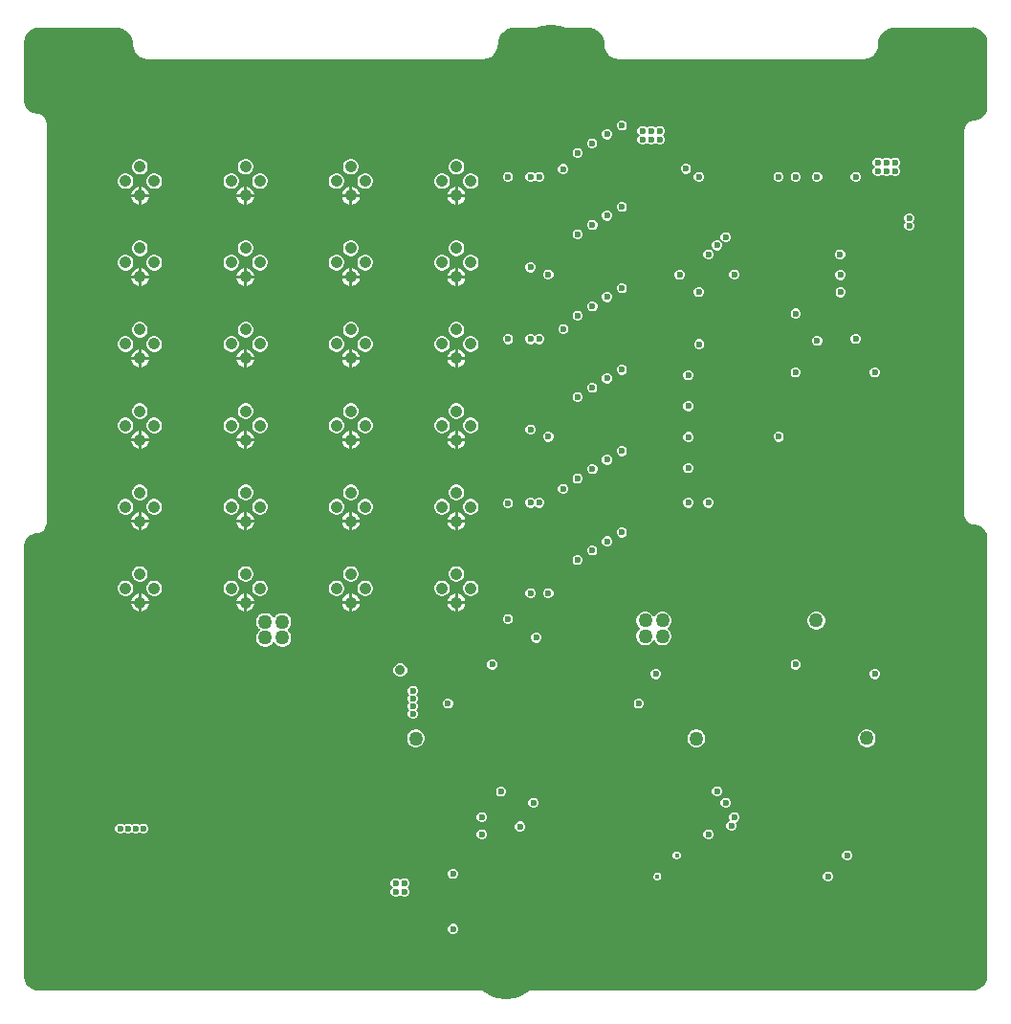
<source format=gbr>
G04*
G04 #@! TF.GenerationSoftware,Altium Limited,Altium Designer,25.8.1 (18)*
G04*
G04 Layer_Physical_Order=2*
G04 Layer_Color=36540*
%FSLAX44Y44*%
%MOMM*%
G71*
G04*
G04 #@! TF.SameCoordinates,5338E875-7156-4E5C-9014-822FA18EDE4B*
G04*
G04*
G04 #@! TF.FilePolarity,Positive*
G04*
G01*
G75*
%ADD14C,1.2000*%
%ADD23C,1.2700*%
%ADD34C,0.6000*%
%ADD35C,1.2000*%
%ADD36C,6.0000*%
%ADD37C,1.0668*%
%ADD38C,0.8890*%
%ADD39C,0.4000*%
%ADD40R,2.5400X2.0320*%
%ADD41R,2.6922X3.0920*%
%ADD42R,1.8813X6.5399*%
%ADD43R,2.4186X2.5967*%
G36*
X841431Y850805D02*
X844628Y849480D01*
X847374Y847374D01*
X849480Y844628D01*
X850805Y841431D01*
X851233Y838180D01*
X851197Y838000D01*
Y781251D01*
X851197Y780099D01*
X851198Y780000D01*
X851079Y778779D01*
X850857Y777091D01*
X849734Y774380D01*
X847948Y772053D01*
X845621Y770267D01*
X842910Y769144D01*
X841222Y768922D01*
X840762Y768877D01*
X839981Y768803D01*
X837722Y768505D01*
X835598Y767626D01*
X833775Y766226D01*
X832375Y764403D01*
X831496Y762279D01*
X831196Y760000D01*
X831196D01*
X831197Y759903D01*
Y420000D01*
X831195D01*
X831495Y417721D01*
X832374Y415597D01*
X833774Y413774D01*
X835597Y412374D01*
X837721Y411495D01*
X840000Y411195D01*
X841222Y411078D01*
X842909Y410856D01*
X845620Y409733D01*
X847947Y407947D01*
X849734Y405620D01*
X850856Y402909D01*
X851222Y400128D01*
X851197Y400000D01*
X851197Y11960D01*
X851233Y11781D01*
X850806Y8539D01*
X849485Y5352D01*
X847385Y2615D01*
X844648Y515D01*
X841461Y-806D01*
X838235Y-1230D01*
X838067Y-1197D01*
X13251Y-1197D01*
X12000Y-1197D01*
X10772Y-1095D01*
X8569Y-805D01*
X5372Y520D01*
X2626Y2626D01*
X520Y5372D01*
X-805Y8569D01*
X-1092Y10753D01*
X-1198Y11979D01*
X-1197Y12000D01*
X-1197Y13226D01*
X-1197Y391176D01*
X-1197Y392430D01*
X-1198Y392445D01*
X-1077Y393665D01*
X-856Y395339D01*
X267Y398050D01*
X2053Y400377D01*
X4380Y402163D01*
X7091Y403286D01*
X8778Y403508D01*
X10000Y403625D01*
X12279Y403925D01*
X14403Y404804D01*
X16226Y406204D01*
X17626Y408027D01*
X18505Y410151D01*
X18805Y412430D01*
X18803D01*
Y766130D01*
X18805D01*
X18505Y768409D01*
X17626Y770533D01*
X16226Y772356D01*
X14403Y773756D01*
X12279Y774635D01*
X10000Y774935D01*
X8778Y775052D01*
X7091Y775274D01*
X4380Y776397D01*
X2053Y778183D01*
X267Y780510D01*
X-856Y783221D01*
X-1222Y786002D01*
X-1197Y786130D01*
Y838000D01*
X-1233Y838180D01*
X-805Y841431D01*
X520Y844628D01*
X2626Y847374D01*
X5372Y849480D01*
X8569Y850805D01*
X10758Y851093D01*
X11985Y851198D01*
X12000Y851197D01*
X13232Y851197D01*
X78730Y851197D01*
X79977Y851197D01*
X80000Y851197D01*
X81228Y851095D01*
X82969Y850924D01*
X85823Y850058D01*
X88454Y848652D01*
X90759Y846759D01*
X92652Y844454D01*
X94058Y841823D01*
X94924Y838969D01*
X95094Y837243D01*
X95160Y836000D01*
X95319Y834794D01*
X95598Y832677D01*
X96880Y829580D01*
X98921Y826921D01*
X101580Y824880D01*
X104677Y823598D01*
X108000Y823160D01*
Y823197D01*
X405300D01*
Y823160D01*
X408623Y823598D01*
X411720Y824880D01*
X414379Y826921D01*
X416420Y829580D01*
X417702Y832677D01*
X417981Y834794D01*
X418140Y836000D01*
X418206Y837243D01*
X418376Y838969D01*
X419242Y841823D01*
X420648Y844454D01*
X422541Y846759D01*
X424846Y848652D01*
X427477Y850058D01*
X430331Y850924D01*
X433103Y851197D01*
X497300D01*
X497365Y851210D01*
X500269Y850924D01*
X503123Y850058D01*
X505754Y848652D01*
X508060Y846759D01*
X509952Y844454D01*
X511358Y841823D01*
X512224Y838969D01*
X512394Y837243D01*
X512460Y836000D01*
X512619Y834794D01*
X512898Y832677D01*
X514180Y829580D01*
X516221Y826921D01*
X518880Y824880D01*
X521977Y823598D01*
X525300Y823160D01*
Y823197D01*
X742000D01*
Y823160D01*
X745323Y823598D01*
X748420Y824880D01*
X751079Y826921D01*
X753120Y829580D01*
X754402Y832677D01*
X754681Y834794D01*
X754840Y836000D01*
X754906Y837243D01*
X755076Y838969D01*
X755942Y841823D01*
X757348Y844454D01*
X759240Y846759D01*
X761546Y848652D01*
X764177Y850058D01*
X767031Y850924D01*
X769935Y851210D01*
X770000Y851197D01*
X838000D01*
X838180Y851233D01*
X841431Y850805D01*
D02*
G37*
%LPC*%
G36*
X562235Y763960D02*
X560445D01*
X558791Y763275D01*
X557530Y762014D01*
X556269Y763275D01*
X554615Y763960D01*
X552825D01*
X551171Y763275D01*
X549910Y762014D01*
X548649Y763275D01*
X546995Y763960D01*
X545205D01*
X543551Y763275D01*
X542285Y762009D01*
X541600Y760355D01*
Y758565D01*
X542285Y756911D01*
X543546Y755650D01*
X542285Y754389D01*
X541600Y752735D01*
Y750945D01*
X542285Y749291D01*
X543551Y748025D01*
X545205Y747340D01*
X546995D01*
X548649Y748025D01*
X549910Y749286D01*
X551171Y748025D01*
X552825Y747340D01*
X554615D01*
X556269Y748025D01*
X557530Y749286D01*
X558791Y748025D01*
X560445Y747340D01*
X562235D01*
X563889Y748025D01*
X565155Y749291D01*
X565840Y750945D01*
Y752735D01*
X565155Y754389D01*
X563894Y755650D01*
X565155Y756911D01*
X565840Y758565D01*
Y760355D01*
X565155Y762009D01*
X563889Y763275D01*
X562235Y763960D01*
D02*
G37*
G36*
X528725Y768849D02*
X526935D01*
X525281Y768164D01*
X524015Y766898D01*
X523330Y765244D01*
Y763454D01*
X524015Y761800D01*
X525281Y760534D01*
X526935Y759849D01*
X528725D01*
X530379Y760534D01*
X531645Y761800D01*
X532330Y763454D01*
Y765244D01*
X531645Y766898D01*
X530379Y768164D01*
X528725Y768849D01*
D02*
G37*
G36*
X515725Y761030D02*
X513935D01*
X512281Y760345D01*
X511015Y759079D01*
X510330Y757425D01*
Y755635D01*
X511015Y753981D01*
X512281Y752715D01*
X513935Y752030D01*
X515725D01*
X517379Y752715D01*
X518645Y753981D01*
X519330Y755635D01*
Y757425D01*
X518645Y759079D01*
X517379Y760345D01*
X515725Y761030D01*
D02*
G37*
G36*
X502545Y752883D02*
X500755D01*
X499101Y752198D01*
X497835Y750932D01*
X497150Y749278D01*
Y747488D01*
X497835Y745834D01*
X499101Y744568D01*
X500755Y743883D01*
X502545D01*
X504199Y744568D01*
X505465Y745834D01*
X506150Y747488D01*
Y749278D01*
X505465Y750932D01*
X504199Y752198D01*
X502545Y752883D01*
D02*
G37*
G36*
X489725Y744520D02*
X487935D01*
X486281Y743835D01*
X485015Y742569D01*
X484330Y740915D01*
Y739125D01*
X485015Y737471D01*
X486281Y736205D01*
X487935Y735520D01*
X489725D01*
X491379Y736205D01*
X492645Y737471D01*
X493330Y739125D01*
Y740915D01*
X492645Y742569D01*
X491379Y743835D01*
X489725Y744520D01*
D02*
G37*
G36*
X770515Y736020D02*
X768725D01*
X767071Y735335D01*
X765810Y734074D01*
X764549Y735335D01*
X762895Y736020D01*
X761105D01*
X759451Y735335D01*
X758190Y734074D01*
X756929Y735335D01*
X755275Y736020D01*
X753485D01*
X751831Y735335D01*
X750565Y734069D01*
X749880Y732415D01*
Y730625D01*
X750565Y728971D01*
X751826Y727710D01*
X750565Y726449D01*
X749880Y724795D01*
Y723005D01*
X750565Y721351D01*
X751831Y720085D01*
X753485Y719400D01*
X755275D01*
X756929Y720085D01*
X758190Y721346D01*
X759451Y720085D01*
X761105Y719400D01*
X762895D01*
X764549Y720085D01*
X765810Y721346D01*
X767071Y720085D01*
X768725Y719400D01*
X770515D01*
X772169Y720085D01*
X773435Y721351D01*
X774120Y723005D01*
Y724795D01*
X773435Y726449D01*
X772174Y727710D01*
X773435Y728971D01*
X774120Y730625D01*
Y732415D01*
X773435Y734069D01*
X772169Y735335D01*
X770515Y736020D01*
D02*
G37*
G36*
X585495Y730486D02*
X583705D01*
X582051Y729801D01*
X580785Y728535D01*
X580100Y726881D01*
Y725091D01*
X580785Y723437D01*
X582051Y722171D01*
X583705Y721486D01*
X585495D01*
X587149Y722171D01*
X588415Y723437D01*
X589100Y725091D01*
Y726881D01*
X588415Y728535D01*
X587149Y729801D01*
X585495Y730486D01*
D02*
G37*
G36*
X455555Y723320D02*
X453765D01*
X452111Y722635D01*
X450850Y721374D01*
X449589Y722635D01*
X447935Y723320D01*
X446145D01*
X444491Y722635D01*
X443225Y721369D01*
X442540Y719715D01*
Y717925D01*
X443225Y716271D01*
X444491Y715005D01*
X446145Y714320D01*
X447935D01*
X449589Y715005D01*
X450850Y716266D01*
X452111Y715005D01*
X453765Y714320D01*
X455555D01*
X457209Y715005D01*
X458475Y716271D01*
X459160Y717925D01*
Y719715D01*
X458475Y721369D01*
X457209Y722635D01*
X455555Y723320D01*
D02*
G37*
G36*
X476725Y730344D02*
X474935D01*
X473281Y729659D01*
X472015Y728393D01*
X471330Y726739D01*
Y724949D01*
X472015Y723295D01*
X473281Y722029D01*
X474935Y721344D01*
X476725D01*
X478379Y722029D01*
X479645Y723295D01*
X480330Y724949D01*
Y726739D01*
X479645Y728393D01*
X478379Y729659D01*
X476725Y730344D01*
D02*
G37*
G36*
X382320Y734534D02*
X380520D01*
X378782Y734068D01*
X377224Y733168D01*
X375951Y731896D01*
X375052Y730338D01*
X374586Y728600D01*
Y726800D01*
X375052Y725062D01*
X375951Y723504D01*
X377224Y722231D01*
X378782Y721332D01*
X380520Y720866D01*
X382320D01*
X384058Y721332D01*
X385616Y722231D01*
X386889Y723504D01*
X387788Y725062D01*
X388254Y726800D01*
Y728600D01*
X387788Y730338D01*
X386889Y731896D01*
X385616Y733168D01*
X384058Y734068D01*
X382320Y734534D01*
D02*
G37*
G36*
X288980D02*
X287180D01*
X285442Y734068D01*
X283884Y733168D01*
X282611Y731896D01*
X281712Y730338D01*
X281246Y728600D01*
Y726800D01*
X281712Y725062D01*
X282611Y723504D01*
X283884Y722231D01*
X285442Y721332D01*
X287180Y720866D01*
X288980D01*
X290718Y721332D01*
X292276Y722231D01*
X293549Y723504D01*
X294448Y725062D01*
X294914Y726800D01*
Y728600D01*
X294448Y730338D01*
X293549Y731896D01*
X292276Y733168D01*
X290718Y734068D01*
X288980Y734534D01*
D02*
G37*
G36*
X195640D02*
X193840D01*
X192102Y734068D01*
X190544Y733168D01*
X189271Y731896D01*
X188372Y730338D01*
X187906Y728600D01*
Y726800D01*
X188372Y725062D01*
X189271Y723504D01*
X190544Y722231D01*
X192102Y721332D01*
X193840Y720866D01*
X195640D01*
X197378Y721332D01*
X198936Y722231D01*
X200209Y723504D01*
X201108Y725062D01*
X201574Y726800D01*
Y728600D01*
X201108Y730338D01*
X200209Y731896D01*
X198936Y733168D01*
X197378Y734068D01*
X195640Y734534D01*
D02*
G37*
G36*
X102300D02*
X100500D01*
X98762Y734068D01*
X97204Y733168D01*
X95931Y731896D01*
X95032Y730338D01*
X94566Y728600D01*
Y726800D01*
X95032Y725062D01*
X95931Y723504D01*
X97204Y722231D01*
X98762Y721332D01*
X100500Y720866D01*
X102300D01*
X104038Y721332D01*
X105596Y722231D01*
X106869Y723504D01*
X107768Y725062D01*
X108234Y726800D01*
Y728600D01*
X107768Y730338D01*
X106869Y731896D01*
X105596Y733168D01*
X104038Y734068D01*
X102300Y734534D01*
D02*
G37*
G36*
X735873Y723320D02*
X734083D01*
X732429Y722635D01*
X731163Y721369D01*
X730478Y719715D01*
Y717925D01*
X731163Y716271D01*
X732429Y715005D01*
X734083Y714320D01*
X735873D01*
X737527Y715005D01*
X738793Y716271D01*
X739478Y717925D01*
Y719715D01*
X738793Y721369D01*
X737527Y722635D01*
X735873Y723320D01*
D02*
G37*
G36*
X701650D02*
X699860D01*
X698206Y722635D01*
X696940Y721369D01*
X696255Y719715D01*
Y717925D01*
X696940Y716271D01*
X698206Y715005D01*
X699860Y714320D01*
X701650D01*
X703304Y715005D01*
X704570Y716271D01*
X705255Y717925D01*
Y719715D01*
X704570Y721369D01*
X703304Y722635D01*
X701650Y723320D01*
D02*
G37*
G36*
X682650D02*
X680860D01*
X679206Y722635D01*
X677940Y721369D01*
X677255Y719715D01*
Y717925D01*
X677940Y716271D01*
X679206Y715005D01*
X680860Y714320D01*
X682650D01*
X684304Y715005D01*
X685570Y716271D01*
X686255Y717925D01*
Y719715D01*
X685570Y721369D01*
X684304Y722635D01*
X682650Y723320D01*
D02*
G37*
G36*
X667426D02*
X665636D01*
X663982Y722635D01*
X662716Y721369D01*
X662031Y719715D01*
Y717925D01*
X662716Y716271D01*
X663982Y715005D01*
X665636Y714320D01*
X667426D01*
X669080Y715005D01*
X670346Y716271D01*
X671031Y717925D01*
Y719715D01*
X670346Y721369D01*
X669080Y722635D01*
X667426Y723320D01*
D02*
G37*
G36*
X597045D02*
X595255D01*
X593601Y722635D01*
X592335Y721369D01*
X591650Y719715D01*
Y717925D01*
X592335Y716271D01*
X593601Y715005D01*
X595255Y714320D01*
X597045D01*
X598699Y715005D01*
X599965Y716271D01*
X600650Y717925D01*
Y719715D01*
X599965Y721369D01*
X598699Y722635D01*
X597045Y723320D01*
D02*
G37*
G36*
X427945D02*
X426155D01*
X424501Y722635D01*
X423235Y721369D01*
X422550Y719715D01*
Y717925D01*
X423235Y716271D01*
X424501Y715005D01*
X426155Y714320D01*
X427945D01*
X429599Y715005D01*
X430865Y716271D01*
X431550Y717925D01*
Y719715D01*
X430865Y721369D01*
X429599Y722635D01*
X427945Y723320D01*
D02*
G37*
G36*
X395020Y721834D02*
X393220D01*
X391482Y721368D01*
X389924Y720469D01*
X388651Y719196D01*
X387752Y717638D01*
X387286Y715900D01*
Y714100D01*
X387752Y712362D01*
X388651Y710804D01*
X389924Y709531D01*
X391482Y708632D01*
X393220Y708166D01*
X395020D01*
X396758Y708632D01*
X398316Y709531D01*
X399589Y710804D01*
X400488Y712362D01*
X400954Y714100D01*
Y715900D01*
X400488Y717638D01*
X399589Y719196D01*
X398316Y720469D01*
X396758Y721368D01*
X395020Y721834D01*
D02*
G37*
G36*
X369620D02*
X367820D01*
X366082Y721368D01*
X364524Y720469D01*
X363251Y719196D01*
X362352Y717638D01*
X361886Y715900D01*
Y714100D01*
X362352Y712362D01*
X363251Y710804D01*
X364524Y709531D01*
X366082Y708632D01*
X367820Y708166D01*
X369620D01*
X371358Y708632D01*
X372916Y709531D01*
X374189Y710804D01*
X375088Y712362D01*
X375554Y714100D01*
Y715900D01*
X375088Y717638D01*
X374189Y719196D01*
X372916Y720469D01*
X371358Y721368D01*
X369620Y721834D01*
D02*
G37*
G36*
X301680D02*
X299880D01*
X298142Y721368D01*
X296584Y720469D01*
X295311Y719196D01*
X294412Y717638D01*
X293946Y715900D01*
Y714100D01*
X294412Y712362D01*
X295311Y710804D01*
X296584Y709531D01*
X298142Y708632D01*
X299880Y708166D01*
X301680D01*
X303418Y708632D01*
X304976Y709531D01*
X306249Y710804D01*
X307148Y712362D01*
X307614Y714100D01*
Y715900D01*
X307148Y717638D01*
X306249Y719196D01*
X304976Y720469D01*
X303418Y721368D01*
X301680Y721834D01*
D02*
G37*
G36*
X276280D02*
X274480D01*
X272742Y721368D01*
X271184Y720469D01*
X269911Y719196D01*
X269012Y717638D01*
X268546Y715900D01*
Y714100D01*
X269012Y712362D01*
X269911Y710804D01*
X271184Y709531D01*
X272742Y708632D01*
X274480Y708166D01*
X276280D01*
X278018Y708632D01*
X279576Y709531D01*
X280849Y710804D01*
X281748Y712362D01*
X282214Y714100D01*
Y715900D01*
X281748Y717638D01*
X280849Y719196D01*
X279576Y720469D01*
X278018Y721368D01*
X276280Y721834D01*
D02*
G37*
G36*
X208340D02*
X206540D01*
X204802Y721368D01*
X203244Y720469D01*
X201971Y719196D01*
X201072Y717638D01*
X200606Y715900D01*
Y714100D01*
X201072Y712362D01*
X201971Y710804D01*
X203244Y709531D01*
X204802Y708632D01*
X206540Y708166D01*
X208340D01*
X210078Y708632D01*
X211636Y709531D01*
X212909Y710804D01*
X213808Y712362D01*
X214274Y714100D01*
Y715900D01*
X213808Y717638D01*
X212909Y719196D01*
X211636Y720469D01*
X210078Y721368D01*
X208340Y721834D01*
D02*
G37*
G36*
X182940D02*
X181140D01*
X179402Y721368D01*
X177844Y720469D01*
X176571Y719196D01*
X175672Y717638D01*
X175206Y715900D01*
Y714100D01*
X175672Y712362D01*
X176571Y710804D01*
X177844Y709531D01*
X179402Y708632D01*
X181140Y708166D01*
X182940D01*
X184678Y708632D01*
X186236Y709531D01*
X187509Y710804D01*
X188408Y712362D01*
X188874Y714100D01*
Y715900D01*
X188408Y717638D01*
X187509Y719196D01*
X186236Y720469D01*
X184678Y721368D01*
X182940Y721834D01*
D02*
G37*
G36*
X115000D02*
X113200D01*
X111462Y721368D01*
X109904Y720469D01*
X108631Y719196D01*
X107732Y717638D01*
X107266Y715900D01*
Y714100D01*
X107732Y712362D01*
X108631Y710804D01*
X109904Y709531D01*
X111462Y708632D01*
X113200Y708166D01*
X115000D01*
X116738Y708632D01*
X118296Y709531D01*
X119569Y710804D01*
X120468Y712362D01*
X120934Y714100D01*
Y715900D01*
X120468Y717638D01*
X119569Y719196D01*
X118296Y720469D01*
X116738Y721368D01*
X115000Y721834D01*
D02*
G37*
G36*
X89600D02*
X87800D01*
X86062Y721368D01*
X84504Y720469D01*
X83231Y719196D01*
X82332Y717638D01*
X81866Y715900D01*
Y714100D01*
X82332Y712362D01*
X83231Y710804D01*
X84504Y709531D01*
X86062Y708632D01*
X87800Y708166D01*
X89600D01*
X91338Y708632D01*
X92896Y709531D01*
X94169Y710804D01*
X95068Y712362D01*
X95534Y714100D01*
Y715900D01*
X95068Y717638D01*
X94169Y719196D01*
X92896Y720469D01*
X91338Y721368D01*
X89600Y721834D01*
D02*
G37*
G36*
X382690Y710111D02*
Y703570D01*
X389231D01*
X388757Y705339D01*
X387721Y707135D01*
X386255Y708601D01*
X384459Y709637D01*
X382690Y710111D01*
D02*
G37*
G36*
X380150D02*
X378381Y709637D01*
X376585Y708601D01*
X375119Y707135D01*
X374083Y705339D01*
X373609Y703570D01*
X380150D01*
Y710111D01*
D02*
G37*
G36*
X289350D02*
Y703570D01*
X295891D01*
X295417Y705339D01*
X294381Y707135D01*
X292915Y708601D01*
X291119Y709637D01*
X289350Y710111D01*
D02*
G37*
G36*
X286810D02*
X285041Y709637D01*
X283245Y708601D01*
X281779Y707135D01*
X280743Y705339D01*
X280268Y703570D01*
X286810D01*
Y710111D01*
D02*
G37*
G36*
X196010D02*
Y703570D01*
X202551D01*
X202077Y705339D01*
X201041Y707135D01*
X199575Y708601D01*
X197779Y709637D01*
X196010Y710111D01*
D02*
G37*
G36*
X193470D02*
X191701Y709637D01*
X189905Y708601D01*
X188439Y707135D01*
X187403Y705339D01*
X186929Y703570D01*
X193470D01*
Y710111D01*
D02*
G37*
G36*
X102670D02*
Y703570D01*
X109212D01*
X108737Y705339D01*
X107701Y707135D01*
X106235Y708601D01*
X104439Y709637D01*
X102670Y710111D01*
D02*
G37*
G36*
X100130D02*
X98361Y709637D01*
X96565Y708601D01*
X95099Y707135D01*
X94063Y705339D01*
X93588Y703570D01*
X100130D01*
Y710111D01*
D02*
G37*
G36*
X389231Y701030D02*
X382690D01*
Y694489D01*
X384459Y694962D01*
X386255Y695999D01*
X387721Y697465D01*
X388757Y699261D01*
X389231Y701030D01*
D02*
G37*
G36*
X380150D02*
X373609D01*
X374083Y699261D01*
X375119Y697465D01*
X376585Y695999D01*
X378381Y694962D01*
X380150Y694489D01*
Y701030D01*
D02*
G37*
G36*
X295891D02*
X289350D01*
Y694489D01*
X291119Y694962D01*
X292915Y695999D01*
X294381Y697465D01*
X295417Y699261D01*
X295891Y701030D01*
D02*
G37*
G36*
X286810D02*
X280268D01*
X280743Y699261D01*
X281779Y697465D01*
X283245Y695999D01*
X285041Y694962D01*
X286810Y694489D01*
Y701030D01*
D02*
G37*
G36*
X202551D02*
X196010D01*
Y694489D01*
X197779Y694962D01*
X199575Y695999D01*
X201041Y697465D01*
X202077Y699261D01*
X202551Y701030D01*
D02*
G37*
G36*
X193470D02*
X186929D01*
X187403Y699261D01*
X188439Y697465D01*
X189905Y695999D01*
X191701Y694962D01*
X193470Y694489D01*
Y701030D01*
D02*
G37*
G36*
X109212D02*
X102670D01*
Y694489D01*
X104439Y694962D01*
X106235Y695999D01*
X107701Y697465D01*
X108737Y699261D01*
X109212Y701030D01*
D02*
G37*
G36*
X100130D02*
X93588D01*
X94063Y699261D01*
X95099Y697465D01*
X96565Y695999D01*
X98361Y694962D01*
X100130Y694489D01*
Y701030D01*
D02*
G37*
G36*
X528725Y696849D02*
X526935D01*
X525281Y696164D01*
X524015Y694898D01*
X523330Y693244D01*
Y691454D01*
X524015Y689800D01*
X525281Y688534D01*
X526935Y687849D01*
X528725D01*
X530379Y688534D01*
X531645Y689800D01*
X532330Y691454D01*
Y693244D01*
X531645Y694898D01*
X530379Y696164D01*
X528725Y696849D01*
D02*
G37*
G36*
X515725Y689030D02*
X513935D01*
X512281Y688345D01*
X511015Y687079D01*
X510330Y685425D01*
Y683635D01*
X511015Y681981D01*
X512281Y680715D01*
X513935Y680030D01*
X515725D01*
X517379Y680715D01*
X518645Y681981D01*
X519330Y683635D01*
Y685425D01*
X518645Y687079D01*
X517379Y688345D01*
X515725Y689030D01*
D02*
G37*
G36*
X502678Y680883D02*
X500888D01*
X499234Y680198D01*
X497968Y678932D01*
X497283Y677278D01*
Y675488D01*
X497968Y673834D01*
X499234Y672568D01*
X500888Y671883D01*
X502678D01*
X504332Y672568D01*
X505598Y673834D01*
X506283Y675488D01*
Y677278D01*
X505598Y678932D01*
X504332Y680198D01*
X502678Y680883D01*
D02*
G37*
G36*
X783215Y686490D02*
X781425D01*
X779771Y685805D01*
X778505Y684539D01*
X777820Y682885D01*
Y681095D01*
X778505Y679441D01*
X779131Y678815D01*
X778505Y678189D01*
X777820Y676535D01*
Y674745D01*
X778505Y673091D01*
X779771Y671825D01*
X781425Y671140D01*
X783215D01*
X784869Y671825D01*
X786135Y673091D01*
X786820Y674745D01*
Y676535D01*
X786135Y678189D01*
X785509Y678815D01*
X786135Y679441D01*
X786820Y681095D01*
Y682885D01*
X786135Y684539D01*
X784869Y685805D01*
X783215Y686490D01*
D02*
G37*
G36*
X489725Y672520D02*
X487935D01*
X486281Y671835D01*
X485015Y670569D01*
X484330Y668915D01*
Y667125D01*
X485015Y665471D01*
X486281Y664205D01*
X487935Y663520D01*
X489725D01*
X491379Y664205D01*
X492645Y665471D01*
X493330Y667125D01*
Y668915D01*
X492645Y670569D01*
X491379Y671835D01*
X489725Y672520D01*
D02*
G37*
G36*
X620655Y669980D02*
X618865D01*
X617211Y669295D01*
X615945Y668029D01*
X615260Y666375D01*
Y664585D01*
X615945Y662931D01*
X617211Y661665D01*
X618865Y660980D01*
X620655D01*
X622309Y661665D01*
X623575Y662931D01*
X624260Y664585D01*
Y666375D01*
X623575Y668029D01*
X622309Y669295D01*
X620655Y669980D01*
D02*
G37*
G36*
X613035Y662732D02*
X611245D01*
X609591Y662047D01*
X608325Y660781D01*
X607640Y659127D01*
Y657337D01*
X608325Y655683D01*
X609591Y654417D01*
X611245Y653732D01*
X613035D01*
X614689Y654417D01*
X615955Y655683D01*
X616640Y657337D01*
Y659127D01*
X615955Y660781D01*
X614689Y662047D01*
X613035Y662732D01*
D02*
G37*
G36*
X382320Y662534D02*
X380520D01*
X378782Y662068D01*
X377224Y661169D01*
X375951Y659896D01*
X375052Y658338D01*
X374586Y656600D01*
Y654800D01*
X375052Y653062D01*
X375951Y651504D01*
X377224Y650231D01*
X378782Y649332D01*
X380520Y648866D01*
X382320D01*
X384058Y649332D01*
X385616Y650231D01*
X386889Y651504D01*
X387788Y653062D01*
X388254Y654800D01*
Y656600D01*
X387788Y658338D01*
X386889Y659896D01*
X385616Y661169D01*
X384058Y662068D01*
X382320Y662534D01*
D02*
G37*
G36*
X288980D02*
X287180D01*
X285442Y662068D01*
X283884Y661169D01*
X282611Y659896D01*
X281712Y658338D01*
X281246Y656600D01*
Y654800D01*
X281712Y653062D01*
X282611Y651504D01*
X283884Y650231D01*
X285442Y649332D01*
X287180Y648866D01*
X288980D01*
X290718Y649332D01*
X292276Y650231D01*
X293549Y651504D01*
X294448Y653062D01*
X294914Y654800D01*
Y656600D01*
X294448Y658338D01*
X293549Y659896D01*
X292276Y661169D01*
X290718Y662068D01*
X288980Y662534D01*
D02*
G37*
G36*
X195640D02*
X193840D01*
X192102Y662068D01*
X190544Y661169D01*
X189271Y659896D01*
X188372Y658338D01*
X187906Y656600D01*
Y654800D01*
X188372Y653062D01*
X189271Y651504D01*
X190544Y650231D01*
X192102Y649332D01*
X193840Y648866D01*
X195640D01*
X197378Y649332D01*
X198936Y650231D01*
X200209Y651504D01*
X201108Y653062D01*
X201574Y654800D01*
Y656600D01*
X201108Y658338D01*
X200209Y659896D01*
X198936Y661169D01*
X197378Y662068D01*
X195640Y662534D01*
D02*
G37*
G36*
X102300D02*
X100500D01*
X98762Y662068D01*
X97204Y661169D01*
X95931Y659896D01*
X95032Y658338D01*
X94566Y656600D01*
Y654800D01*
X95032Y653062D01*
X95931Y651504D01*
X97204Y650231D01*
X98762Y649332D01*
X100500Y648866D01*
X102300D01*
X104038Y649332D01*
X105596Y650231D01*
X106869Y651504D01*
X107768Y653062D01*
X108234Y654800D01*
Y656600D01*
X107768Y658338D01*
X106869Y659896D01*
X105596Y661169D01*
X104038Y662068D01*
X102300Y662534D01*
D02*
G37*
G36*
X605415Y654740D02*
X603625D01*
X601971Y654055D01*
X600705Y652789D01*
X600020Y651135D01*
Y649345D01*
X600705Y647691D01*
X601971Y646425D01*
X603625Y645740D01*
X605415D01*
X607069Y646425D01*
X608335Y647691D01*
X609020Y649345D01*
Y651135D01*
X608335Y652789D01*
X607069Y654055D01*
X605415Y654740D01*
D02*
G37*
G36*
X722111Y654671D02*
X720320D01*
X718666Y653986D01*
X717401Y652720D01*
X716715Y651066D01*
Y649276D01*
X717401Y647622D01*
X718666Y646356D01*
X720320Y645671D01*
X722111D01*
X723764Y646356D01*
X725030Y647622D01*
X725715Y649276D01*
Y651066D01*
X725030Y652720D01*
X723764Y653986D01*
X722111Y654671D01*
D02*
G37*
G36*
X395020Y649834D02*
X393220D01*
X391482Y649368D01*
X389924Y648468D01*
X388651Y647196D01*
X387752Y645638D01*
X387286Y643900D01*
Y642100D01*
X387752Y640362D01*
X388651Y638804D01*
X389924Y637531D01*
X391482Y636632D01*
X393220Y636166D01*
X395020D01*
X396758Y636632D01*
X398316Y637531D01*
X399589Y638804D01*
X400488Y640362D01*
X400954Y642100D01*
Y643900D01*
X400488Y645638D01*
X399589Y647196D01*
X398316Y648468D01*
X396758Y649368D01*
X395020Y649834D01*
D02*
G37*
G36*
X369620D02*
X367820D01*
X366082Y649368D01*
X364524Y648468D01*
X363251Y647196D01*
X362352Y645638D01*
X361886Y643900D01*
Y642100D01*
X362352Y640362D01*
X363251Y638804D01*
X364524Y637531D01*
X366082Y636632D01*
X367820Y636166D01*
X369620D01*
X371358Y636632D01*
X372916Y637531D01*
X374189Y638804D01*
X375088Y640362D01*
X375554Y642100D01*
Y643900D01*
X375088Y645638D01*
X374189Y647196D01*
X372916Y648468D01*
X371358Y649368D01*
X369620Y649834D01*
D02*
G37*
G36*
X301680D02*
X299880D01*
X298142Y649368D01*
X296584Y648468D01*
X295311Y647196D01*
X294412Y645638D01*
X293946Y643900D01*
Y642100D01*
X294412Y640362D01*
X295311Y638804D01*
X296584Y637531D01*
X298142Y636632D01*
X299880Y636166D01*
X301680D01*
X303418Y636632D01*
X304976Y637531D01*
X306249Y638804D01*
X307148Y640362D01*
X307614Y642100D01*
Y643900D01*
X307148Y645638D01*
X306249Y647196D01*
X304976Y648468D01*
X303418Y649368D01*
X301680Y649834D01*
D02*
G37*
G36*
X276280D02*
X274480D01*
X272742Y649368D01*
X271184Y648468D01*
X269911Y647196D01*
X269012Y645638D01*
X268546Y643900D01*
Y642100D01*
X269012Y640362D01*
X269911Y638804D01*
X271184Y637531D01*
X272742Y636632D01*
X274480Y636166D01*
X276280D01*
X278018Y636632D01*
X279576Y637531D01*
X280849Y638804D01*
X281748Y640362D01*
X282214Y642100D01*
Y643900D01*
X281748Y645638D01*
X280849Y647196D01*
X279576Y648468D01*
X278018Y649368D01*
X276280Y649834D01*
D02*
G37*
G36*
X208340D02*
X206540D01*
X204802Y649368D01*
X203244Y648468D01*
X201971Y647196D01*
X201072Y645638D01*
X200606Y643900D01*
Y642100D01*
X201072Y640362D01*
X201971Y638804D01*
X203244Y637531D01*
X204802Y636632D01*
X206540Y636166D01*
X208340D01*
X210078Y636632D01*
X211636Y637531D01*
X212909Y638804D01*
X213808Y640362D01*
X214274Y642100D01*
Y643900D01*
X213808Y645638D01*
X212909Y647196D01*
X211636Y648468D01*
X210078Y649368D01*
X208340Y649834D01*
D02*
G37*
G36*
X182940D02*
X181140D01*
X179402Y649368D01*
X177844Y648468D01*
X176571Y647196D01*
X175672Y645638D01*
X175206Y643900D01*
Y642100D01*
X175672Y640362D01*
X176571Y638804D01*
X177844Y637531D01*
X179402Y636632D01*
X181140Y636166D01*
X182940D01*
X184678Y636632D01*
X186236Y637531D01*
X187509Y638804D01*
X188408Y640362D01*
X188874Y642100D01*
Y643900D01*
X188408Y645638D01*
X187509Y647196D01*
X186236Y648468D01*
X184678Y649368D01*
X182940Y649834D01*
D02*
G37*
G36*
X115000D02*
X113200D01*
X111462Y649368D01*
X109904Y648468D01*
X108631Y647196D01*
X107732Y645638D01*
X107266Y643900D01*
Y642100D01*
X107732Y640362D01*
X108631Y638804D01*
X109904Y637531D01*
X111462Y636632D01*
X113200Y636166D01*
X115000D01*
X116738Y636632D01*
X118296Y637531D01*
X119569Y638804D01*
X120468Y640362D01*
X120934Y642100D01*
Y643900D01*
X120468Y645638D01*
X119569Y647196D01*
X118296Y648468D01*
X116738Y649368D01*
X115000Y649834D01*
D02*
G37*
G36*
X89600D02*
X87800D01*
X86062Y649368D01*
X84504Y648468D01*
X83231Y647196D01*
X82332Y645638D01*
X81866Y643900D01*
Y642100D01*
X82332Y640362D01*
X83231Y638804D01*
X84504Y637531D01*
X86062Y636632D01*
X87800Y636166D01*
X89600D01*
X91338Y636632D01*
X92896Y637531D01*
X94169Y638804D01*
X95068Y640362D01*
X95534Y642100D01*
Y643900D01*
X95068Y645638D01*
X94169Y647196D01*
X92896Y648468D01*
X91338Y649368D01*
X89600Y649834D01*
D02*
G37*
G36*
X447945Y643310D02*
X446155D01*
X444501Y642625D01*
X443235Y641359D01*
X442550Y639705D01*
Y637915D01*
X443235Y636261D01*
X444501Y634995D01*
X446155Y634310D01*
X447945D01*
X449599Y634995D01*
X450865Y636261D01*
X451550Y637915D01*
Y639705D01*
X450865Y641359D01*
X449599Y642625D01*
X447945Y643310D01*
D02*
G37*
G36*
X382690Y638111D02*
Y631570D01*
X389231D01*
X388757Y633339D01*
X387721Y635135D01*
X386255Y636601D01*
X384459Y637637D01*
X382690Y638111D01*
D02*
G37*
G36*
X380150D02*
X378381Y637637D01*
X376585Y636601D01*
X375119Y635135D01*
X374083Y633339D01*
X373609Y631570D01*
X380150D01*
Y638111D01*
D02*
G37*
G36*
X289350D02*
Y631570D01*
X295891D01*
X295417Y633339D01*
X294381Y635135D01*
X292915Y636601D01*
X291119Y637637D01*
X289350Y638111D01*
D02*
G37*
G36*
X286810D02*
X285041Y637637D01*
X283245Y636601D01*
X281779Y635135D01*
X280743Y633339D01*
X280268Y631570D01*
X286810D01*
Y638111D01*
D02*
G37*
G36*
X196010D02*
Y631570D01*
X202551D01*
X202077Y633339D01*
X201041Y635135D01*
X199575Y636601D01*
X197779Y637637D01*
X196010Y638111D01*
D02*
G37*
G36*
X193470D02*
X191701Y637637D01*
X189905Y636601D01*
X188439Y635135D01*
X187403Y633339D01*
X186929Y631570D01*
X193470D01*
Y638111D01*
D02*
G37*
G36*
X102670D02*
Y631570D01*
X109212D01*
X108737Y633339D01*
X107701Y635135D01*
X106235Y636601D01*
X104439Y637637D01*
X102670Y638111D01*
D02*
G37*
G36*
X100130D02*
X98361Y637637D01*
X96565Y636601D01*
X95099Y635135D01*
X94063Y633339D01*
X93588Y631570D01*
X100130D01*
Y638111D01*
D02*
G37*
G36*
X628275Y636960D02*
X626485D01*
X624831Y636275D01*
X623565Y635009D01*
X622880Y633355D01*
Y631565D01*
X623565Y629911D01*
X624831Y628645D01*
X626485Y627960D01*
X628275D01*
X629929Y628645D01*
X631195Y629911D01*
X631880Y631565D01*
Y633355D01*
X631195Y635009D01*
X629929Y636275D01*
X628275Y636960D01*
D02*
G37*
G36*
X463725D02*
X461935D01*
X460281Y636275D01*
X459015Y635009D01*
X458330Y633355D01*
Y631565D01*
X459015Y629911D01*
X460281Y628645D01*
X461935Y627960D01*
X463725D01*
X465379Y628645D01*
X466645Y629911D01*
X467330Y631565D01*
Y633355D01*
X466645Y635009D01*
X465379Y636275D01*
X463725Y636960D01*
D02*
G37*
G36*
X579980Y636706D02*
X578190D01*
X576536Y636021D01*
X575270Y634755D01*
X574585Y633101D01*
Y631311D01*
X575270Y629657D01*
X576536Y628391D01*
X578190Y627706D01*
X579980D01*
X581634Y628391D01*
X582900Y629657D01*
X583585Y631311D01*
Y633101D01*
X582900Y634755D01*
X581634Y636021D01*
X579980Y636706D01*
D02*
G37*
G36*
X722255Y636671D02*
X720465D01*
X718811Y635986D01*
X717545Y634720D01*
X716860Y633066D01*
Y631276D01*
X717545Y629622D01*
X718811Y628356D01*
X720465Y627671D01*
X722255D01*
X723909Y628356D01*
X725175Y629622D01*
X725860Y631276D01*
Y633066D01*
X725175Y634720D01*
X723909Y635986D01*
X722255Y636671D01*
D02*
G37*
G36*
X389231Y629030D02*
X382690D01*
Y622489D01*
X384459Y622962D01*
X386255Y623999D01*
X387721Y625465D01*
X388757Y627261D01*
X389231Y629030D01*
D02*
G37*
G36*
X380150D02*
X373609D01*
X374083Y627261D01*
X375119Y625465D01*
X376585Y623999D01*
X378381Y622962D01*
X380150Y622489D01*
Y629030D01*
D02*
G37*
G36*
X295891D02*
X289350D01*
Y622489D01*
X291119Y622962D01*
X292915Y623999D01*
X294381Y625465D01*
X295417Y627261D01*
X295891Y629030D01*
D02*
G37*
G36*
X286810D02*
X280268D01*
X280743Y627261D01*
X281779Y625465D01*
X283245Y623999D01*
X285041Y622962D01*
X286810Y622489D01*
Y629030D01*
D02*
G37*
G36*
X202551D02*
X196010D01*
Y622489D01*
X197779Y622962D01*
X199575Y623999D01*
X201041Y625465D01*
X202077Y627261D01*
X202551Y629030D01*
D02*
G37*
G36*
X193470D02*
X186929D01*
X187403Y627261D01*
X188439Y625465D01*
X189905Y623999D01*
X191701Y622962D01*
X193470Y622489D01*
Y629030D01*
D02*
G37*
G36*
X109212D02*
X102670D01*
Y622489D01*
X104439Y622962D01*
X106235Y623999D01*
X107701Y625465D01*
X108737Y627261D01*
X109212Y629030D01*
D02*
G37*
G36*
X100130D02*
X93588D01*
X94063Y627261D01*
X95099Y625465D01*
X96565Y623999D01*
X98361Y622962D01*
X100130Y622489D01*
Y629030D01*
D02*
G37*
G36*
X528725Y624849D02*
X526935D01*
X525281Y624164D01*
X524015Y622898D01*
X523330Y621244D01*
Y619454D01*
X524015Y617800D01*
X525281Y616534D01*
X526935Y615849D01*
X528725D01*
X530379Y616534D01*
X531645Y617800D01*
X532330Y619454D01*
Y621244D01*
X531645Y622898D01*
X530379Y624164D01*
X528725Y624849D01*
D02*
G37*
G36*
X597045Y621466D02*
X595255D01*
X593601Y620781D01*
X592335Y619515D01*
X591650Y617861D01*
Y616071D01*
X592335Y614417D01*
X593601Y613151D01*
X595255Y612466D01*
X597045D01*
X598699Y613151D01*
X599965Y614417D01*
X600650Y616071D01*
Y617861D01*
X599965Y619515D01*
X598699Y620781D01*
X597045Y621466D01*
D02*
G37*
G36*
X722548Y621448D02*
X720758D01*
X719104Y620762D01*
X717838Y619497D01*
X717153Y617843D01*
Y616053D01*
X717838Y614399D01*
X719104Y613133D01*
X720758Y612448D01*
X722548D01*
X724202Y613133D01*
X725468Y614399D01*
X726153Y616053D01*
Y617843D01*
X725468Y619497D01*
X724202Y620762D01*
X722548Y621448D01*
D02*
G37*
G36*
X515725Y617030D02*
X513935D01*
X512281Y616345D01*
X511015Y615079D01*
X510330Y613425D01*
Y611635D01*
X511015Y609981D01*
X512281Y608715D01*
X513935Y608030D01*
X515725D01*
X517379Y608715D01*
X518645Y609981D01*
X519330Y611635D01*
Y613425D01*
X518645Y615079D01*
X517379Y616345D01*
X515725Y617030D01*
D02*
G37*
G36*
X502678Y608883D02*
X500888D01*
X499234Y608198D01*
X497968Y606932D01*
X497283Y605278D01*
Y603488D01*
X497968Y601834D01*
X499234Y600568D01*
X500888Y599883D01*
X502678D01*
X504332Y600568D01*
X505598Y601834D01*
X506283Y603488D01*
Y605278D01*
X505598Y606932D01*
X504332Y608198D01*
X502678Y608883D01*
D02*
G37*
G36*
X682663Y602448D02*
X680872D01*
X679219Y601763D01*
X677953Y600497D01*
X677268Y598843D01*
Y597052D01*
X677953Y595399D01*
X679219Y594133D01*
X680872Y593448D01*
X682663D01*
X684317Y594133D01*
X685583Y595399D01*
X686268Y597052D01*
Y598843D01*
X685583Y600497D01*
X684317Y601763D01*
X682663Y602448D01*
D02*
G37*
G36*
X489725Y600520D02*
X487935D01*
X486281Y599835D01*
X485015Y598569D01*
X484330Y596915D01*
Y595125D01*
X485015Y593471D01*
X486281Y592205D01*
X487935Y591520D01*
X489725D01*
X491379Y592205D01*
X492645Y593471D01*
X493330Y595125D01*
Y596915D01*
X492645Y598569D01*
X491379Y599835D01*
X489725Y600520D01*
D02*
G37*
G36*
X477145Y588700D02*
X475355D01*
X473701Y588015D01*
X472435Y586749D01*
X471750Y585095D01*
Y583305D01*
X472435Y581651D01*
X473701Y580385D01*
X475355Y579700D01*
X477145D01*
X478799Y580385D01*
X480065Y581651D01*
X480750Y583305D01*
Y585095D01*
X480065Y586749D01*
X478799Y588015D01*
X477145Y588700D01*
D02*
G37*
G36*
X455555Y579810D02*
X453765D01*
X452111Y579125D01*
X450855Y577869D01*
X449599Y579125D01*
X447945Y579810D01*
X446155D01*
X444501Y579125D01*
X443235Y577859D01*
X442550Y576205D01*
Y574415D01*
X443235Y572761D01*
X444501Y571495D01*
X446155Y570810D01*
X447945D01*
X449599Y571495D01*
X450855Y572751D01*
X452111Y571495D01*
X453765Y570810D01*
X455555D01*
X457209Y571495D01*
X458475Y572761D01*
X459160Y574415D01*
Y576205D01*
X458475Y577859D01*
X457209Y579125D01*
X455555Y579810D01*
D02*
G37*
G36*
X382320Y590534D02*
X380520D01*
X378782Y590068D01*
X377224Y589169D01*
X375951Y587896D01*
X375052Y586338D01*
X374586Y584600D01*
Y582800D01*
X375052Y581062D01*
X375951Y579504D01*
X377224Y578231D01*
X378782Y577332D01*
X380520Y576866D01*
X382320D01*
X384058Y577332D01*
X385616Y578231D01*
X386889Y579504D01*
X387788Y581062D01*
X388254Y582800D01*
Y584600D01*
X387788Y586338D01*
X386889Y587896D01*
X385616Y589169D01*
X384058Y590068D01*
X382320Y590534D01*
D02*
G37*
G36*
X288980D02*
X287180D01*
X285442Y590068D01*
X283884Y589169D01*
X282611Y587896D01*
X281712Y586338D01*
X281246Y584600D01*
Y582800D01*
X281712Y581062D01*
X282611Y579504D01*
X283884Y578231D01*
X285442Y577332D01*
X287180Y576866D01*
X288980D01*
X290718Y577332D01*
X292276Y578231D01*
X293549Y579504D01*
X294448Y581062D01*
X294914Y582800D01*
Y584600D01*
X294448Y586338D01*
X293549Y587896D01*
X292276Y589169D01*
X290718Y590068D01*
X288980Y590534D01*
D02*
G37*
G36*
X195640D02*
X193840D01*
X192102Y590068D01*
X190544Y589169D01*
X189271Y587896D01*
X188372Y586338D01*
X187906Y584600D01*
Y582800D01*
X188372Y581062D01*
X189271Y579504D01*
X190544Y578231D01*
X192102Y577332D01*
X193840Y576866D01*
X195640D01*
X197378Y577332D01*
X198936Y578231D01*
X200209Y579504D01*
X201108Y581062D01*
X201574Y582800D01*
Y584600D01*
X201108Y586338D01*
X200209Y587896D01*
X198936Y589169D01*
X197378Y590068D01*
X195640Y590534D01*
D02*
G37*
G36*
X102300D02*
X100500D01*
X98762Y590068D01*
X97204Y589169D01*
X95931Y587896D01*
X95032Y586338D01*
X94566Y584600D01*
Y582800D01*
X95032Y581062D01*
X95931Y579504D01*
X97204Y578231D01*
X98762Y577332D01*
X100500Y576866D01*
X102300D01*
X104038Y577332D01*
X105596Y578231D01*
X106869Y579504D01*
X107768Y581062D01*
X108234Y582800D01*
Y584600D01*
X107768Y586338D01*
X106869Y587896D01*
X105596Y589169D01*
X104038Y590068D01*
X102300Y590534D01*
D02*
G37*
G36*
X735873Y580081D02*
X734083D01*
X732429Y579396D01*
X731163Y578130D01*
X730478Y576476D01*
Y574686D01*
X731163Y573032D01*
X732429Y571766D01*
X734083Y571081D01*
X735873D01*
X737527Y571766D01*
X738793Y573032D01*
X739478Y574686D01*
Y576476D01*
X738793Y578130D01*
X737527Y579396D01*
X735873Y580081D01*
D02*
G37*
G36*
X427945Y579810D02*
X426155D01*
X424501Y579125D01*
X423235Y577859D01*
X422550Y576205D01*
Y574415D01*
X423235Y572761D01*
X424501Y571495D01*
X426155Y570810D01*
X427945D01*
X429599Y571495D01*
X430865Y572761D01*
X431550Y574415D01*
Y576205D01*
X430865Y577859D01*
X429599Y579125D01*
X427945Y579810D01*
D02*
G37*
G36*
X701650Y578430D02*
X699860D01*
X698206Y577745D01*
X696940Y576479D01*
X696255Y574825D01*
Y573035D01*
X696940Y571381D01*
X698206Y570115D01*
X699860Y569430D01*
X701650D01*
X703304Y570115D01*
X704570Y571381D01*
X705255Y573035D01*
Y574825D01*
X704570Y576479D01*
X703304Y577745D01*
X701650Y578430D01*
D02*
G37*
G36*
X597287Y575274D02*
X595497D01*
X593843Y574589D01*
X592577Y573323D01*
X591892Y571669D01*
Y569879D01*
X592577Y568225D01*
X593843Y566959D01*
X595497Y566274D01*
X597287D01*
X598941Y566959D01*
X600207Y568225D01*
X600892Y569879D01*
Y571669D01*
X600207Y573323D01*
X598941Y574589D01*
X597287Y575274D01*
D02*
G37*
G36*
X395020Y577834D02*
X393220D01*
X391482Y577368D01*
X389924Y576469D01*
X388651Y575196D01*
X387752Y573638D01*
X387286Y571900D01*
Y570100D01*
X387752Y568362D01*
X388651Y566804D01*
X389924Y565531D01*
X391482Y564632D01*
X393220Y564166D01*
X395020D01*
X396758Y564632D01*
X398316Y565531D01*
X399589Y566804D01*
X400488Y568362D01*
X400954Y570100D01*
Y571900D01*
X400488Y573638D01*
X399589Y575196D01*
X398316Y576469D01*
X396758Y577368D01*
X395020Y577834D01*
D02*
G37*
G36*
X369620D02*
X367820D01*
X366082Y577368D01*
X364524Y576469D01*
X363251Y575196D01*
X362352Y573638D01*
X361886Y571900D01*
Y570100D01*
X362352Y568362D01*
X363251Y566804D01*
X364524Y565531D01*
X366082Y564632D01*
X367820Y564166D01*
X369620D01*
X371358Y564632D01*
X372916Y565531D01*
X374189Y566804D01*
X375088Y568362D01*
X375554Y570100D01*
Y571900D01*
X375088Y573638D01*
X374189Y575196D01*
X372916Y576469D01*
X371358Y577368D01*
X369620Y577834D01*
D02*
G37*
G36*
X301680D02*
X299880D01*
X298142Y577368D01*
X296584Y576469D01*
X295311Y575196D01*
X294412Y573638D01*
X293946Y571900D01*
Y570100D01*
X294412Y568362D01*
X295311Y566804D01*
X296584Y565531D01*
X298142Y564632D01*
X299880Y564166D01*
X301680D01*
X303418Y564632D01*
X304976Y565531D01*
X306249Y566804D01*
X307148Y568362D01*
X307614Y570100D01*
Y571900D01*
X307148Y573638D01*
X306249Y575196D01*
X304976Y576469D01*
X303418Y577368D01*
X301680Y577834D01*
D02*
G37*
G36*
X276280D02*
X274480D01*
X272742Y577368D01*
X271184Y576469D01*
X269911Y575196D01*
X269012Y573638D01*
X268546Y571900D01*
Y570100D01*
X269012Y568362D01*
X269911Y566804D01*
X271184Y565531D01*
X272742Y564632D01*
X274480Y564166D01*
X276280D01*
X278018Y564632D01*
X279576Y565531D01*
X280849Y566804D01*
X281748Y568362D01*
X282214Y570100D01*
Y571900D01*
X281748Y573638D01*
X280849Y575196D01*
X279576Y576469D01*
X278018Y577368D01*
X276280Y577834D01*
D02*
G37*
G36*
X208340D02*
X206540D01*
X204802Y577368D01*
X203244Y576469D01*
X201971Y575196D01*
X201072Y573638D01*
X200606Y571900D01*
Y570100D01*
X201072Y568362D01*
X201971Y566804D01*
X203244Y565531D01*
X204802Y564632D01*
X206540Y564166D01*
X208340D01*
X210078Y564632D01*
X211636Y565531D01*
X212909Y566804D01*
X213808Y568362D01*
X214274Y570100D01*
Y571900D01*
X213808Y573638D01*
X212909Y575196D01*
X211636Y576469D01*
X210078Y577368D01*
X208340Y577834D01*
D02*
G37*
G36*
X182940D02*
X181140D01*
X179402Y577368D01*
X177844Y576469D01*
X176571Y575196D01*
X175672Y573638D01*
X175206Y571900D01*
Y570100D01*
X175672Y568362D01*
X176571Y566804D01*
X177844Y565531D01*
X179402Y564632D01*
X181140Y564166D01*
X182940D01*
X184678Y564632D01*
X186236Y565531D01*
X187509Y566804D01*
X188408Y568362D01*
X188874Y570100D01*
Y571900D01*
X188408Y573638D01*
X187509Y575196D01*
X186236Y576469D01*
X184678Y577368D01*
X182940Y577834D01*
D02*
G37*
G36*
X115000D02*
X113200D01*
X111462Y577368D01*
X109904Y576469D01*
X108631Y575196D01*
X107732Y573638D01*
X107266Y571900D01*
Y570100D01*
X107732Y568362D01*
X108631Y566804D01*
X109904Y565531D01*
X111462Y564632D01*
X113200Y564166D01*
X115000D01*
X116738Y564632D01*
X118296Y565531D01*
X119569Y566804D01*
X120468Y568362D01*
X120934Y570100D01*
Y571900D01*
X120468Y573638D01*
X119569Y575196D01*
X118296Y576469D01*
X116738Y577368D01*
X115000Y577834D01*
D02*
G37*
G36*
X89600D02*
X87800D01*
X86062Y577368D01*
X84504Y576469D01*
X83231Y575196D01*
X82332Y573638D01*
X81866Y571900D01*
Y570100D01*
X82332Y568362D01*
X83231Y566804D01*
X84504Y565531D01*
X86062Y564632D01*
X87800Y564166D01*
X89600D01*
X91338Y564632D01*
X92896Y565531D01*
X94169Y566804D01*
X95068Y568362D01*
X95534Y570100D01*
Y571900D01*
X95068Y573638D01*
X94169Y575196D01*
X92896Y576469D01*
X91338Y577368D01*
X89600Y577834D01*
D02*
G37*
G36*
X382690Y566111D02*
Y559570D01*
X389231D01*
X388757Y561339D01*
X387721Y563135D01*
X386255Y564601D01*
X384459Y565637D01*
X382690Y566111D01*
D02*
G37*
G36*
X380150D02*
X378381Y565637D01*
X376585Y564601D01*
X375119Y563135D01*
X374083Y561339D01*
X373609Y559570D01*
X380150D01*
Y566111D01*
D02*
G37*
G36*
X289350D02*
Y559570D01*
X295891D01*
X295417Y561339D01*
X294381Y563135D01*
X292915Y564601D01*
X291119Y565637D01*
X289350Y566111D01*
D02*
G37*
G36*
X286810D02*
X285041Y565637D01*
X283245Y564601D01*
X281779Y563135D01*
X280743Y561339D01*
X280268Y559570D01*
X286810D01*
Y566111D01*
D02*
G37*
G36*
X196010D02*
Y559570D01*
X202551D01*
X202077Y561339D01*
X201041Y563135D01*
X199575Y564601D01*
X197779Y565637D01*
X196010Y566111D01*
D02*
G37*
G36*
X193470D02*
X191701Y565637D01*
X189905Y564601D01*
X188439Y563135D01*
X187403Y561339D01*
X186929Y559570D01*
X193470D01*
Y566111D01*
D02*
G37*
G36*
X102670D02*
Y559570D01*
X109212D01*
X108737Y561339D01*
X107701Y563135D01*
X106235Y564601D01*
X104439Y565637D01*
X102670Y566111D01*
D02*
G37*
G36*
X100130D02*
X98361Y565637D01*
X96565Y564601D01*
X95099Y563135D01*
X94063Y561339D01*
X93588Y559570D01*
X100130D01*
Y566111D01*
D02*
G37*
G36*
X295891Y557030D02*
X289350D01*
Y550489D01*
X291119Y550963D01*
X292915Y551999D01*
X294381Y553465D01*
X295417Y555261D01*
X295891Y557030D01*
D02*
G37*
G36*
X286810D02*
X280268D01*
X280743Y555261D01*
X281779Y553465D01*
X283245Y551999D01*
X285041Y550963D01*
X286810Y550489D01*
Y557030D01*
D02*
G37*
G36*
X202551D02*
X196010D01*
Y550489D01*
X197779Y550963D01*
X199575Y551999D01*
X201041Y553465D01*
X202077Y555261D01*
X202551Y557030D01*
D02*
G37*
G36*
X193470D02*
X186929D01*
X187403Y555261D01*
X188439Y553465D01*
X189905Y551999D01*
X191701Y550963D01*
X193470Y550489D01*
Y557030D01*
D02*
G37*
G36*
X109212D02*
X102670D01*
Y550489D01*
X104439Y550963D01*
X106235Y551999D01*
X107701Y553465D01*
X108737Y555261D01*
X109212Y557030D01*
D02*
G37*
G36*
X100130D02*
X93588D01*
X94063Y555261D01*
X95099Y553465D01*
X96565Y551999D01*
X98361Y550963D01*
X100130Y550489D01*
Y557030D01*
D02*
G37*
G36*
X389231D02*
X382690D01*
Y550489D01*
X384459Y550963D01*
X386255Y551999D01*
X387721Y553465D01*
X388757Y555261D01*
X389231Y557030D01*
D02*
G37*
G36*
X380150D02*
X373609D01*
X374083Y555261D01*
X375119Y553465D01*
X376585Y551999D01*
X378381Y550963D01*
X380150Y550489D01*
Y557030D01*
D02*
G37*
G36*
X528725Y552849D02*
X526935D01*
X525281Y552164D01*
X524015Y550898D01*
X523330Y549244D01*
Y547454D01*
X524015Y545800D01*
X525281Y544534D01*
X526935Y543849D01*
X528725D01*
X530379Y544534D01*
X531645Y545800D01*
X532330Y547454D01*
Y549244D01*
X531645Y550898D01*
X530379Y552164D01*
X528725Y552849D01*
D02*
G37*
G36*
X752735Y550490D02*
X750945D01*
X749291Y549805D01*
X748025Y548539D01*
X747340Y546885D01*
Y545095D01*
X748025Y543441D01*
X749291Y542175D01*
X750945Y541490D01*
X752735D01*
X754389Y542175D01*
X755655Y543441D01*
X756340Y545095D01*
Y546885D01*
X755655Y548539D01*
X754389Y549805D01*
X752735Y550490D01*
D02*
G37*
G36*
X682650D02*
X680860D01*
X679206Y549805D01*
X677940Y548539D01*
X677255Y546885D01*
Y545095D01*
X677940Y543441D01*
X679206Y542175D01*
X680860Y541490D01*
X682650D01*
X684304Y542175D01*
X685570Y543441D01*
X686255Y545095D01*
Y546885D01*
X685570Y548539D01*
X684304Y549805D01*
X682650Y550490D01*
D02*
G37*
G36*
X587635Y547878D02*
X585845D01*
X584191Y547193D01*
X582925Y545928D01*
X582240Y544274D01*
Y542483D01*
X582925Y540830D01*
X584191Y539564D01*
X585845Y538879D01*
X587635D01*
X589289Y539564D01*
X590555Y540830D01*
X591240Y542483D01*
Y544274D01*
X590555Y545928D01*
X589289Y547193D01*
X587635Y547878D01*
D02*
G37*
G36*
X515725Y545030D02*
X513935D01*
X512281Y544345D01*
X511015Y543079D01*
X510330Y541425D01*
Y539635D01*
X511015Y537981D01*
X512281Y536715D01*
X513935Y536030D01*
X515725D01*
X517379Y536715D01*
X518645Y537981D01*
X519330Y539635D01*
Y541425D01*
X518645Y543079D01*
X517379Y544345D01*
X515725Y545030D01*
D02*
G37*
G36*
X502545Y536883D02*
X500755D01*
X499101Y536198D01*
X497835Y534932D01*
X497150Y533278D01*
Y531488D01*
X497835Y529834D01*
X499101Y528568D01*
X500755Y527883D01*
X502545D01*
X504199Y528568D01*
X505465Y529834D01*
X506150Y531488D01*
Y533278D01*
X505465Y534932D01*
X504199Y536198D01*
X502545Y536883D01*
D02*
G37*
G36*
X489725Y528520D02*
X487935D01*
X486281Y527835D01*
X485015Y526569D01*
X484330Y524915D01*
Y523125D01*
X485015Y521471D01*
X486281Y520205D01*
X487935Y519520D01*
X489725D01*
X491379Y520205D01*
X492645Y521471D01*
X493330Y523125D01*
Y524915D01*
X492645Y526569D01*
X491379Y527835D01*
X489725Y528520D01*
D02*
G37*
G36*
X587635Y520483D02*
X585845D01*
X584191Y519798D01*
X582925Y518532D01*
X582240Y516878D01*
Y515088D01*
X582925Y513434D01*
X584191Y512168D01*
X585845Y511483D01*
X587635D01*
X589289Y512168D01*
X590555Y513434D01*
X591240Y515088D01*
Y516878D01*
X590555Y518532D01*
X589289Y519798D01*
X587635Y520483D01*
D02*
G37*
G36*
X382320Y518534D02*
X380520D01*
X378782Y518068D01*
X377224Y517169D01*
X375951Y515896D01*
X375052Y514338D01*
X374586Y512600D01*
Y510800D01*
X375052Y509062D01*
X375951Y507504D01*
X377224Y506231D01*
X378782Y505332D01*
X380520Y504866D01*
X382320D01*
X384058Y505332D01*
X385616Y506231D01*
X386889Y507504D01*
X387788Y509062D01*
X388254Y510800D01*
Y512600D01*
X387788Y514338D01*
X386889Y515896D01*
X385616Y517169D01*
X384058Y518068D01*
X382320Y518534D01*
D02*
G37*
G36*
X288980D02*
X287180D01*
X285442Y518068D01*
X283884Y517169D01*
X282611Y515896D01*
X281712Y514338D01*
X281246Y512600D01*
Y510800D01*
X281712Y509062D01*
X282611Y507504D01*
X283884Y506231D01*
X285442Y505332D01*
X287180Y504866D01*
X288980D01*
X290718Y505332D01*
X292276Y506231D01*
X293549Y507504D01*
X294448Y509062D01*
X294914Y510800D01*
Y512600D01*
X294448Y514338D01*
X293549Y515896D01*
X292276Y517169D01*
X290718Y518068D01*
X288980Y518534D01*
D02*
G37*
G36*
X195640D02*
X193840D01*
X192102Y518068D01*
X190544Y517169D01*
X189271Y515896D01*
X188372Y514338D01*
X187906Y512600D01*
Y510800D01*
X188372Y509062D01*
X189271Y507504D01*
X190544Y506231D01*
X192102Y505332D01*
X193840Y504866D01*
X195640D01*
X197378Y505332D01*
X198936Y506231D01*
X200209Y507504D01*
X201108Y509062D01*
X201574Y510800D01*
Y512600D01*
X201108Y514338D01*
X200209Y515896D01*
X198936Y517169D01*
X197378Y518068D01*
X195640Y518534D01*
D02*
G37*
G36*
X102300D02*
X100500D01*
X98762Y518068D01*
X97204Y517169D01*
X95931Y515896D01*
X95032Y514338D01*
X94566Y512600D01*
Y510800D01*
X95032Y509062D01*
X95931Y507504D01*
X97204Y506231D01*
X98762Y505332D01*
X100500Y504866D01*
X102300D01*
X104038Y505332D01*
X105596Y506231D01*
X106869Y507504D01*
X107768Y509062D01*
X108234Y510800D01*
Y512600D01*
X107768Y514338D01*
X106869Y515896D01*
X105596Y517169D01*
X104038Y518068D01*
X102300Y518534D01*
D02*
G37*
G36*
X395020Y505834D02*
X393220D01*
X391482Y505368D01*
X389924Y504468D01*
X388651Y503196D01*
X387752Y501638D01*
X387286Y499900D01*
Y498100D01*
X387752Y496362D01*
X388651Y494804D01*
X389924Y493531D01*
X391482Y492632D01*
X393220Y492166D01*
X395020D01*
X396758Y492632D01*
X398316Y493531D01*
X399589Y494804D01*
X400488Y496362D01*
X400954Y498100D01*
Y499900D01*
X400488Y501638D01*
X399589Y503196D01*
X398316Y504468D01*
X396758Y505368D01*
X395020Y505834D01*
D02*
G37*
G36*
X369620D02*
X367820D01*
X366082Y505368D01*
X364524Y504468D01*
X363251Y503196D01*
X362352Y501638D01*
X361886Y499900D01*
Y498100D01*
X362352Y496362D01*
X363251Y494804D01*
X364524Y493531D01*
X366082Y492632D01*
X367820Y492166D01*
X369620D01*
X371358Y492632D01*
X372916Y493531D01*
X374189Y494804D01*
X375088Y496362D01*
X375554Y498100D01*
Y499900D01*
X375088Y501638D01*
X374189Y503196D01*
X372916Y504468D01*
X371358Y505368D01*
X369620Y505834D01*
D02*
G37*
G36*
X301680D02*
X299880D01*
X298142Y505368D01*
X296584Y504468D01*
X295311Y503196D01*
X294412Y501638D01*
X293946Y499900D01*
Y498100D01*
X294412Y496362D01*
X295311Y494804D01*
X296584Y493531D01*
X298142Y492632D01*
X299880Y492166D01*
X301680D01*
X303418Y492632D01*
X304976Y493531D01*
X306249Y494804D01*
X307148Y496362D01*
X307614Y498100D01*
Y499900D01*
X307148Y501638D01*
X306249Y503196D01*
X304976Y504468D01*
X303418Y505368D01*
X301680Y505834D01*
D02*
G37*
G36*
X276280D02*
X274480D01*
X272742Y505368D01*
X271184Y504468D01*
X269911Y503196D01*
X269012Y501638D01*
X268546Y499900D01*
Y498100D01*
X269012Y496362D01*
X269911Y494804D01*
X271184Y493531D01*
X272742Y492632D01*
X274480Y492166D01*
X276280D01*
X278018Y492632D01*
X279576Y493531D01*
X280849Y494804D01*
X281748Y496362D01*
X282214Y498100D01*
Y499900D01*
X281748Y501638D01*
X280849Y503196D01*
X279576Y504468D01*
X278018Y505368D01*
X276280Y505834D01*
D02*
G37*
G36*
X208340D02*
X206540D01*
X204802Y505368D01*
X203244Y504468D01*
X201971Y503196D01*
X201072Y501638D01*
X200606Y499900D01*
Y498100D01*
X201072Y496362D01*
X201971Y494804D01*
X203244Y493531D01*
X204802Y492632D01*
X206540Y492166D01*
X208340D01*
X210078Y492632D01*
X211636Y493531D01*
X212909Y494804D01*
X213808Y496362D01*
X214274Y498100D01*
Y499900D01*
X213808Y501638D01*
X212909Y503196D01*
X211636Y504468D01*
X210078Y505368D01*
X208340Y505834D01*
D02*
G37*
G36*
X182940D02*
X181140D01*
X179402Y505368D01*
X177844Y504468D01*
X176571Y503196D01*
X175672Y501638D01*
X175206Y499900D01*
Y498100D01*
X175672Y496362D01*
X176571Y494804D01*
X177844Y493531D01*
X179402Y492632D01*
X181140Y492166D01*
X182940D01*
X184678Y492632D01*
X186236Y493531D01*
X187509Y494804D01*
X188408Y496362D01*
X188874Y498100D01*
Y499900D01*
X188408Y501638D01*
X187509Y503196D01*
X186236Y504468D01*
X184678Y505368D01*
X182940Y505834D01*
D02*
G37*
G36*
X115000D02*
X113200D01*
X111462Y505368D01*
X109904Y504468D01*
X108631Y503196D01*
X107732Y501638D01*
X107266Y499900D01*
Y498100D01*
X107732Y496362D01*
X108631Y494804D01*
X109904Y493531D01*
X111462Y492632D01*
X113200Y492166D01*
X115000D01*
X116738Y492632D01*
X118296Y493531D01*
X119569Y494804D01*
X120468Y496362D01*
X120934Y498100D01*
Y499900D01*
X120468Y501638D01*
X119569Y503196D01*
X118296Y504468D01*
X116738Y505368D01*
X115000Y505834D01*
D02*
G37*
G36*
X89600D02*
X87800D01*
X86062Y505368D01*
X84504Y504468D01*
X83231Y503196D01*
X82332Y501638D01*
X81866Y499900D01*
Y498100D01*
X82332Y496362D01*
X83231Y494804D01*
X84504Y493531D01*
X86062Y492632D01*
X87800Y492166D01*
X89600D01*
X91338Y492632D01*
X92896Y493531D01*
X94169Y494804D01*
X95068Y496362D01*
X95534Y498100D01*
Y499900D01*
X95068Y501638D01*
X94169Y503196D01*
X92896Y504468D01*
X91338Y505368D01*
X89600Y505834D01*
D02*
G37*
G36*
X447935Y499800D02*
X446145D01*
X444491Y499115D01*
X443225Y497849D01*
X442540Y496195D01*
Y494405D01*
X443225Y492751D01*
X444491Y491485D01*
X446145Y490800D01*
X447935D01*
X449589Y491485D01*
X450855Y492751D01*
X451540Y494405D01*
Y496195D01*
X450855Y497849D01*
X449589Y499115D01*
X447935Y499800D01*
D02*
G37*
G36*
X382690Y494111D02*
Y487570D01*
X389231D01*
X388757Y489339D01*
X387721Y491135D01*
X386255Y492601D01*
X384459Y493637D01*
X382690Y494111D01*
D02*
G37*
G36*
X380150D02*
X378381Y493637D01*
X376585Y492601D01*
X375119Y491135D01*
X374083Y489339D01*
X373609Y487570D01*
X380150D01*
Y494111D01*
D02*
G37*
G36*
X289350D02*
Y487570D01*
X295891D01*
X295417Y489339D01*
X294381Y491135D01*
X292915Y492601D01*
X291119Y493637D01*
X289350Y494111D01*
D02*
G37*
G36*
X286810D02*
X285041Y493637D01*
X283245Y492601D01*
X281779Y491135D01*
X280743Y489339D01*
X280268Y487570D01*
X286810D01*
Y494111D01*
D02*
G37*
G36*
X196010D02*
Y487570D01*
X202551D01*
X202077Y489339D01*
X201041Y491135D01*
X199575Y492601D01*
X197779Y493637D01*
X196010Y494111D01*
D02*
G37*
G36*
X193470D02*
X191701Y493637D01*
X189905Y492601D01*
X188439Y491135D01*
X187403Y489339D01*
X186929Y487570D01*
X193470D01*
Y494111D01*
D02*
G37*
G36*
X102670D02*
Y487570D01*
X109212D01*
X108737Y489339D01*
X107701Y491135D01*
X106235Y492601D01*
X104439Y493637D01*
X102670Y494111D01*
D02*
G37*
G36*
X100130D02*
X98361Y493637D01*
X96565Y492601D01*
X95099Y491135D01*
X94063Y489339D01*
X93588Y487570D01*
X100130D01*
Y494111D01*
D02*
G37*
G36*
X667645Y493450D02*
X665855D01*
X664201Y492765D01*
X662935Y491499D01*
X662250Y489845D01*
Y488055D01*
X662935Y486401D01*
X664201Y485135D01*
X665855Y484450D01*
X667645D01*
X669299Y485135D01*
X670565Y486401D01*
X671250Y488055D01*
Y489845D01*
X670565Y491499D01*
X669299Y492765D01*
X667645Y493450D01*
D02*
G37*
G36*
X463725D02*
X461935D01*
X460281Y492765D01*
X459015Y491499D01*
X458330Y489845D01*
Y488055D01*
X459015Y486401D01*
X460281Y485135D01*
X461935Y484450D01*
X463725D01*
X465379Y485135D01*
X466645Y486401D01*
X467330Y488055D01*
Y489845D01*
X466645Y491499D01*
X465379Y492765D01*
X463725Y493450D01*
D02*
G37*
G36*
X587635Y493087D02*
X585845D01*
X584191Y492402D01*
X582925Y491136D01*
X582240Y489482D01*
Y487692D01*
X582925Y486038D01*
X584191Y484772D01*
X585845Y484087D01*
X587635D01*
X589289Y484772D01*
X590555Y486038D01*
X591240Y487692D01*
Y489482D01*
X590555Y491136D01*
X589289Y492402D01*
X587635Y493087D01*
D02*
G37*
G36*
X389231Y485030D02*
X382690D01*
Y478489D01*
X384459Y478963D01*
X386255Y479999D01*
X387721Y481465D01*
X388757Y483261D01*
X389231Y485030D01*
D02*
G37*
G36*
X380150D02*
X373609D01*
X374083Y483261D01*
X375119Y481465D01*
X376585Y479999D01*
X378381Y478963D01*
X380150Y478489D01*
Y485030D01*
D02*
G37*
G36*
X295891D02*
X289350D01*
Y478489D01*
X291119Y478963D01*
X292915Y479999D01*
X294381Y481465D01*
X295417Y483261D01*
X295891Y485030D01*
D02*
G37*
G36*
X286810D02*
X280268D01*
X280743Y483261D01*
X281779Y481465D01*
X283245Y479999D01*
X285041Y478963D01*
X286810Y478489D01*
Y485030D01*
D02*
G37*
G36*
X202551D02*
X196010D01*
Y478489D01*
X197779Y478963D01*
X199575Y479999D01*
X201041Y481465D01*
X202077Y483261D01*
X202551Y485030D01*
D02*
G37*
G36*
X193470D02*
X186929D01*
X187403Y483261D01*
X188439Y481465D01*
X189905Y479999D01*
X191701Y478963D01*
X193470Y478489D01*
Y485030D01*
D02*
G37*
G36*
X109212D02*
X102670D01*
Y478489D01*
X104439Y478963D01*
X106235Y479999D01*
X107701Y481465D01*
X108737Y483261D01*
X109212Y485030D01*
D02*
G37*
G36*
X100130D02*
X93588D01*
X94063Y483261D01*
X95099Y481465D01*
X96565Y479999D01*
X98361Y478963D01*
X100130Y478489D01*
Y485030D01*
D02*
G37*
G36*
X528725Y480849D02*
X526935D01*
X525281Y480164D01*
X524015Y478898D01*
X523330Y477244D01*
Y475454D01*
X524015Y473800D01*
X525281Y472534D01*
X526935Y471849D01*
X528725D01*
X530379Y472534D01*
X531645Y473800D01*
X532330Y475454D01*
Y477244D01*
X531645Y478898D01*
X530379Y480164D01*
X528725Y480849D01*
D02*
G37*
G36*
X515725Y473030D02*
X513935D01*
X512281Y472345D01*
X511015Y471079D01*
X510330Y469425D01*
Y467635D01*
X511015Y465981D01*
X512281Y464715D01*
X513935Y464030D01*
X515725D01*
X517379Y464715D01*
X518645Y465981D01*
X519330Y467635D01*
Y469425D01*
X518645Y471079D01*
X517379Y472345D01*
X515725Y473030D01*
D02*
G37*
G36*
X587635Y465691D02*
X585845D01*
X584191Y465006D01*
X582925Y463741D01*
X582240Y462086D01*
Y460296D01*
X582925Y458642D01*
X584191Y457377D01*
X585845Y456691D01*
X587635D01*
X589289Y457377D01*
X590555Y458642D01*
X591240Y460296D01*
Y462086D01*
X590555Y463741D01*
X589289Y465006D01*
X587635Y465691D01*
D02*
G37*
G36*
X502678Y464883D02*
X500888D01*
X499234Y464198D01*
X497968Y462932D01*
X497283Y461278D01*
Y459488D01*
X497968Y457834D01*
X499234Y456568D01*
X500888Y455883D01*
X502678D01*
X504332Y456568D01*
X505598Y457834D01*
X506283Y459488D01*
Y461278D01*
X505598Y462932D01*
X504332Y464198D01*
X502678Y464883D01*
D02*
G37*
G36*
X489725Y456520D02*
X487935D01*
X486281Y455835D01*
X485015Y454569D01*
X484330Y452915D01*
Y451125D01*
X485015Y449471D01*
X486281Y448205D01*
X487935Y447520D01*
X489725D01*
X491379Y448205D01*
X492645Y449471D01*
X493330Y451125D01*
Y452915D01*
X492645Y454569D01*
X491379Y455835D01*
X489725Y456520D01*
D02*
G37*
G36*
X476725Y447320D02*
X474935D01*
X473281Y446635D01*
X472015Y445369D01*
X471330Y443715D01*
Y441925D01*
X472015Y440271D01*
X473281Y439005D01*
X474935Y438320D01*
X476725D01*
X478379Y439005D01*
X479645Y440271D01*
X480330Y441925D01*
Y443715D01*
X479645Y445369D01*
X478379Y446635D01*
X476725Y447320D01*
D02*
G37*
G36*
X455555Y435030D02*
X453765D01*
X452111Y434345D01*
X450850Y433084D01*
X449589Y434345D01*
X447935Y435030D01*
X446145D01*
X444491Y434345D01*
X443225Y433079D01*
X442540Y431425D01*
Y429635D01*
X443225Y427981D01*
X444491Y426715D01*
X446145Y426030D01*
X447935D01*
X449589Y426715D01*
X450850Y427976D01*
X452111Y426715D01*
X453765Y426030D01*
X455555D01*
X457209Y426715D01*
X458475Y427981D01*
X459160Y429635D01*
Y431425D01*
X458475Y433079D01*
X457209Y434345D01*
X455555Y435030D01*
D02*
G37*
G36*
X382320Y446534D02*
X380520D01*
X378782Y446068D01*
X377224Y445169D01*
X375951Y443896D01*
X375052Y442338D01*
X374586Y440600D01*
Y438800D01*
X375052Y437062D01*
X375951Y435504D01*
X377224Y434231D01*
X378782Y433332D01*
X380520Y432866D01*
X382320D01*
X384058Y433332D01*
X385616Y434231D01*
X386889Y435504D01*
X387788Y437062D01*
X388254Y438800D01*
Y440600D01*
X387788Y442338D01*
X386889Y443896D01*
X385616Y445169D01*
X384058Y446068D01*
X382320Y446534D01*
D02*
G37*
G36*
X288980D02*
X287180D01*
X285442Y446068D01*
X283884Y445169D01*
X282611Y443896D01*
X281712Y442338D01*
X281246Y440600D01*
Y438800D01*
X281712Y437062D01*
X282611Y435504D01*
X283884Y434231D01*
X285442Y433332D01*
X287180Y432866D01*
X288980D01*
X290718Y433332D01*
X292276Y434231D01*
X293549Y435504D01*
X294448Y437062D01*
X294914Y438800D01*
Y440600D01*
X294448Y442338D01*
X293549Y443896D01*
X292276Y445169D01*
X290718Y446068D01*
X288980Y446534D01*
D02*
G37*
G36*
X195640D02*
X193840D01*
X192102Y446068D01*
X190544Y445169D01*
X189271Y443896D01*
X188372Y442338D01*
X187906Y440600D01*
Y438800D01*
X188372Y437062D01*
X189271Y435504D01*
X190544Y434231D01*
X192102Y433332D01*
X193840Y432866D01*
X195640D01*
X197378Y433332D01*
X198936Y434231D01*
X200209Y435504D01*
X201108Y437062D01*
X201574Y438800D01*
Y440600D01*
X201108Y442338D01*
X200209Y443896D01*
X198936Y445169D01*
X197378Y446068D01*
X195640Y446534D01*
D02*
G37*
G36*
X102300D02*
X100500D01*
X98762Y446068D01*
X97204Y445169D01*
X95931Y443896D01*
X95032Y442338D01*
X94566Y440600D01*
Y438800D01*
X95032Y437062D01*
X95931Y435504D01*
X97204Y434231D01*
X98762Y433332D01*
X100500Y432866D01*
X102300D01*
X104038Y433332D01*
X105596Y434231D01*
X106869Y435504D01*
X107768Y437062D01*
X108234Y438800D01*
Y440600D01*
X107768Y442338D01*
X106869Y443896D01*
X105596Y445169D01*
X104038Y446068D01*
X102300Y446534D01*
D02*
G37*
G36*
X605415Y435030D02*
X603625D01*
X601971Y434345D01*
X600705Y433079D01*
X600020Y431425D01*
Y429635D01*
X600705Y427981D01*
X601971Y426715D01*
X603625Y426030D01*
X605415D01*
X607069Y426715D01*
X608335Y427981D01*
X609020Y429635D01*
Y431425D01*
X608335Y433079D01*
X607069Y434345D01*
X605415Y435030D01*
D02*
G37*
G36*
X587635D02*
X585845D01*
X584191Y434345D01*
X582925Y433079D01*
X582240Y431425D01*
Y429635D01*
X582925Y427981D01*
X584191Y426715D01*
X585845Y426030D01*
X587635D01*
X589289Y426715D01*
X590555Y427981D01*
X591240Y429635D01*
Y431425D01*
X590555Y433079D01*
X589289Y434345D01*
X587635Y435030D01*
D02*
G37*
G36*
X427945Y434650D02*
X426155D01*
X424501Y433965D01*
X423235Y432699D01*
X422550Y431045D01*
Y429255D01*
X423235Y427601D01*
X424501Y426335D01*
X426155Y425650D01*
X427945D01*
X429599Y426335D01*
X430865Y427601D01*
X431550Y429255D01*
Y431045D01*
X430865Y432699D01*
X429599Y433965D01*
X427945Y434650D01*
D02*
G37*
G36*
X395020Y433834D02*
X393220D01*
X391482Y433368D01*
X389924Y432469D01*
X388651Y431196D01*
X387752Y429638D01*
X387286Y427900D01*
Y426100D01*
X387752Y424362D01*
X388651Y422804D01*
X389924Y421531D01*
X391482Y420632D01*
X393220Y420166D01*
X395020D01*
X396758Y420632D01*
X398316Y421531D01*
X399589Y422804D01*
X400488Y424362D01*
X400954Y426100D01*
Y427900D01*
X400488Y429638D01*
X399589Y431196D01*
X398316Y432469D01*
X396758Y433368D01*
X395020Y433834D01*
D02*
G37*
G36*
X369620D02*
X367820D01*
X366082Y433368D01*
X364524Y432469D01*
X363251Y431196D01*
X362352Y429638D01*
X361886Y427900D01*
Y426100D01*
X362352Y424362D01*
X363251Y422804D01*
X364524Y421531D01*
X366082Y420632D01*
X367820Y420166D01*
X369620D01*
X371358Y420632D01*
X372916Y421531D01*
X374189Y422804D01*
X375088Y424362D01*
X375554Y426100D01*
Y427900D01*
X375088Y429638D01*
X374189Y431196D01*
X372916Y432469D01*
X371358Y433368D01*
X369620Y433834D01*
D02*
G37*
G36*
X301680D02*
X299880D01*
X298142Y433368D01*
X296584Y432469D01*
X295311Y431196D01*
X294412Y429638D01*
X293946Y427900D01*
Y426100D01*
X294412Y424362D01*
X295311Y422804D01*
X296584Y421531D01*
X298142Y420632D01*
X299880Y420166D01*
X301680D01*
X303418Y420632D01*
X304976Y421531D01*
X306249Y422804D01*
X307148Y424362D01*
X307614Y426100D01*
Y427900D01*
X307148Y429638D01*
X306249Y431196D01*
X304976Y432469D01*
X303418Y433368D01*
X301680Y433834D01*
D02*
G37*
G36*
X276280D02*
X274480D01*
X272742Y433368D01*
X271184Y432469D01*
X269911Y431196D01*
X269012Y429638D01*
X268546Y427900D01*
Y426100D01*
X269012Y424362D01*
X269911Y422804D01*
X271184Y421531D01*
X272742Y420632D01*
X274480Y420166D01*
X276280D01*
X278018Y420632D01*
X279576Y421531D01*
X280849Y422804D01*
X281748Y424362D01*
X282214Y426100D01*
Y427900D01*
X281748Y429638D01*
X280849Y431196D01*
X279576Y432469D01*
X278018Y433368D01*
X276280Y433834D01*
D02*
G37*
G36*
X208340D02*
X206540D01*
X204802Y433368D01*
X203244Y432469D01*
X201971Y431196D01*
X201072Y429638D01*
X200606Y427900D01*
Y426100D01*
X201072Y424362D01*
X201971Y422804D01*
X203244Y421531D01*
X204802Y420632D01*
X206540Y420166D01*
X208340D01*
X210078Y420632D01*
X211636Y421531D01*
X212909Y422804D01*
X213808Y424362D01*
X214274Y426100D01*
Y427900D01*
X213808Y429638D01*
X212909Y431196D01*
X211636Y432469D01*
X210078Y433368D01*
X208340Y433834D01*
D02*
G37*
G36*
X182940D02*
X181140D01*
X179402Y433368D01*
X177844Y432469D01*
X176571Y431196D01*
X175672Y429638D01*
X175206Y427900D01*
Y426100D01*
X175672Y424362D01*
X176571Y422804D01*
X177844Y421531D01*
X179402Y420632D01*
X181140Y420166D01*
X182940D01*
X184678Y420632D01*
X186236Y421531D01*
X187509Y422804D01*
X188408Y424362D01*
X188874Y426100D01*
Y427900D01*
X188408Y429638D01*
X187509Y431196D01*
X186236Y432469D01*
X184678Y433368D01*
X182940Y433834D01*
D02*
G37*
G36*
X115000D02*
X113200D01*
X111462Y433368D01*
X109904Y432469D01*
X108631Y431196D01*
X107732Y429638D01*
X107266Y427900D01*
Y426100D01*
X107732Y424362D01*
X108631Y422804D01*
X109904Y421531D01*
X111462Y420632D01*
X113200Y420166D01*
X115000D01*
X116738Y420632D01*
X118296Y421531D01*
X119569Y422804D01*
X120468Y424362D01*
X120934Y426100D01*
Y427900D01*
X120468Y429638D01*
X119569Y431196D01*
X118296Y432469D01*
X116738Y433368D01*
X115000Y433834D01*
D02*
G37*
G36*
X89600D02*
X87800D01*
X86062Y433368D01*
X84504Y432469D01*
X83231Y431196D01*
X82332Y429638D01*
X81866Y427900D01*
Y426100D01*
X82332Y424362D01*
X83231Y422804D01*
X84504Y421531D01*
X86062Y420632D01*
X87800Y420166D01*
X89600D01*
X91338Y420632D01*
X92896Y421531D01*
X94169Y422804D01*
X95068Y424362D01*
X95534Y426100D01*
Y427900D01*
X95068Y429638D01*
X94169Y431196D01*
X92896Y432469D01*
X91338Y433368D01*
X89600Y433834D01*
D02*
G37*
G36*
X382690Y422112D02*
Y415570D01*
X389231D01*
X388757Y417339D01*
X387721Y419135D01*
X386255Y420601D01*
X384459Y421637D01*
X382690Y422112D01*
D02*
G37*
G36*
X380150D02*
X378381Y421637D01*
X376585Y420601D01*
X375119Y419135D01*
X374083Y417339D01*
X373609Y415570D01*
X380150D01*
Y422112D01*
D02*
G37*
G36*
X289350D02*
Y415570D01*
X295891D01*
X295417Y417339D01*
X294381Y419135D01*
X292915Y420601D01*
X291119Y421637D01*
X289350Y422112D01*
D02*
G37*
G36*
X286810D02*
X285041Y421637D01*
X283245Y420601D01*
X281779Y419135D01*
X280743Y417339D01*
X280268Y415570D01*
X286810D01*
Y422112D01*
D02*
G37*
G36*
X196010D02*
Y415570D01*
X202551D01*
X202077Y417339D01*
X201041Y419135D01*
X199575Y420601D01*
X197779Y421637D01*
X196010Y422112D01*
D02*
G37*
G36*
X193470D02*
X191701Y421637D01*
X189905Y420601D01*
X188439Y419135D01*
X187403Y417339D01*
X186929Y415570D01*
X193470D01*
Y422112D01*
D02*
G37*
G36*
X102670D02*
Y415570D01*
X109212D01*
X108737Y417339D01*
X107701Y419135D01*
X106235Y420601D01*
X104439Y421637D01*
X102670Y422112D01*
D02*
G37*
G36*
X100130D02*
X98361Y421637D01*
X96565Y420601D01*
X95099Y419135D01*
X94063Y417339D01*
X93588Y415570D01*
X100130D01*
Y422112D01*
D02*
G37*
G36*
X389231Y413030D02*
X382690D01*
Y406488D01*
X384459Y406963D01*
X386255Y407999D01*
X387721Y409465D01*
X388757Y411261D01*
X389231Y413030D01*
D02*
G37*
G36*
X380150D02*
X373609D01*
X374083Y411261D01*
X375119Y409465D01*
X376585Y407999D01*
X378381Y406963D01*
X380150Y406488D01*
Y413030D01*
D02*
G37*
G36*
X295891D02*
X289350D01*
Y406488D01*
X291119Y406963D01*
X292915Y407999D01*
X294381Y409465D01*
X295417Y411261D01*
X295891Y413030D01*
D02*
G37*
G36*
X286810D02*
X280268D01*
X280743Y411261D01*
X281779Y409465D01*
X283245Y407999D01*
X285041Y406963D01*
X286810Y406488D01*
Y413030D01*
D02*
G37*
G36*
X202551D02*
X196010D01*
Y406488D01*
X197779Y406963D01*
X199575Y407999D01*
X201041Y409465D01*
X202077Y411261D01*
X202551Y413030D01*
D02*
G37*
G36*
X193470D02*
X186929D01*
X187403Y411261D01*
X188439Y409465D01*
X189905Y407999D01*
X191701Y406963D01*
X193470Y406488D01*
Y413030D01*
D02*
G37*
G36*
X109212D02*
X102670D01*
Y406488D01*
X104439Y406963D01*
X106235Y407999D01*
X107701Y409465D01*
X108737Y411261D01*
X109212Y413030D01*
D02*
G37*
G36*
X100130D02*
X93588D01*
X94063Y411261D01*
X95099Y409465D01*
X96565Y407999D01*
X98361Y406963D01*
X100130Y406488D01*
Y413030D01*
D02*
G37*
G36*
X528725Y408849D02*
X526935D01*
X525281Y408164D01*
X524015Y406898D01*
X523330Y405244D01*
Y403454D01*
X524015Y401800D01*
X525281Y400534D01*
X526935Y399849D01*
X528725D01*
X530379Y400534D01*
X531645Y401800D01*
X532330Y403454D01*
Y405244D01*
X531645Y406898D01*
X530379Y408164D01*
X528725Y408849D01*
D02*
G37*
G36*
X515725Y401030D02*
X513935D01*
X512281Y400345D01*
X511015Y399079D01*
X510330Y397425D01*
Y395635D01*
X511015Y393981D01*
X512281Y392715D01*
X513935Y392030D01*
X515725D01*
X517379Y392715D01*
X518645Y393981D01*
X519330Y395635D01*
Y397425D01*
X518645Y399079D01*
X517379Y400345D01*
X515725Y401030D01*
D02*
G37*
G36*
X502545Y392883D02*
X500755D01*
X499101Y392198D01*
X497835Y390932D01*
X497150Y389278D01*
Y387488D01*
X497835Y385834D01*
X499101Y384568D01*
X500755Y383883D01*
X502545D01*
X504199Y384568D01*
X505465Y385834D01*
X506150Y387488D01*
Y389278D01*
X505465Y390932D01*
X504199Y392198D01*
X502545Y392883D01*
D02*
G37*
G36*
X489725Y384520D02*
X487935D01*
X486281Y383835D01*
X485015Y382569D01*
X484330Y380915D01*
Y379125D01*
X485015Y377471D01*
X486281Y376205D01*
X487935Y375520D01*
X489725D01*
X491379Y376205D01*
X492645Y377471D01*
X493330Y379125D01*
Y380915D01*
X492645Y382569D01*
X491379Y383835D01*
X489725Y384520D01*
D02*
G37*
G36*
X382320Y374534D02*
X380520D01*
X378782Y374068D01*
X377224Y373169D01*
X375951Y371896D01*
X375052Y370338D01*
X374586Y368600D01*
Y366800D01*
X375052Y365062D01*
X375951Y363504D01*
X377224Y362231D01*
X378782Y361332D01*
X380520Y360866D01*
X382320D01*
X384058Y361332D01*
X385616Y362231D01*
X386889Y363504D01*
X387788Y365062D01*
X388254Y366800D01*
Y368600D01*
X387788Y370338D01*
X386889Y371896D01*
X385616Y373169D01*
X384058Y374068D01*
X382320Y374534D01*
D02*
G37*
G36*
X288980D02*
X287180D01*
X285442Y374068D01*
X283884Y373169D01*
X282611Y371896D01*
X281712Y370338D01*
X281246Y368600D01*
Y366800D01*
X281712Y365062D01*
X282611Y363504D01*
X283884Y362231D01*
X285442Y361332D01*
X287180Y360866D01*
X288980D01*
X290718Y361332D01*
X292276Y362231D01*
X293549Y363504D01*
X294448Y365062D01*
X294914Y366800D01*
Y368600D01*
X294448Y370338D01*
X293549Y371896D01*
X292276Y373169D01*
X290718Y374068D01*
X288980Y374534D01*
D02*
G37*
G36*
X195640D02*
X193840D01*
X192102Y374068D01*
X190544Y373169D01*
X189271Y371896D01*
X188372Y370338D01*
X187906Y368600D01*
Y366800D01*
X188372Y365062D01*
X189271Y363504D01*
X190544Y362231D01*
X192102Y361332D01*
X193840Y360866D01*
X195640D01*
X197378Y361332D01*
X198936Y362231D01*
X200209Y363504D01*
X201108Y365062D01*
X201574Y366800D01*
Y368600D01*
X201108Y370338D01*
X200209Y371896D01*
X198936Y373169D01*
X197378Y374068D01*
X195640Y374534D01*
D02*
G37*
G36*
X102300D02*
X100500D01*
X98762Y374068D01*
X97204Y373169D01*
X95931Y371896D01*
X95032Y370338D01*
X94566Y368600D01*
Y366800D01*
X95032Y365062D01*
X95931Y363504D01*
X97204Y362231D01*
X98762Y361332D01*
X100500Y360866D01*
X102300D01*
X104038Y361332D01*
X105596Y362231D01*
X106869Y363504D01*
X107768Y365062D01*
X108234Y366800D01*
Y368600D01*
X107768Y370338D01*
X106869Y371896D01*
X105596Y373169D01*
X104038Y374068D01*
X102300Y374534D01*
D02*
G37*
G36*
X395020Y361834D02*
X393220D01*
X391482Y361368D01*
X389924Y360469D01*
X388651Y359196D01*
X387752Y357638D01*
X387286Y355900D01*
Y354100D01*
X387752Y352362D01*
X388651Y350804D01*
X389924Y349531D01*
X391482Y348632D01*
X393220Y348166D01*
X395020D01*
X396758Y348632D01*
X398316Y349531D01*
X399589Y350804D01*
X400488Y352362D01*
X400954Y354100D01*
Y355900D01*
X400488Y357638D01*
X399589Y359196D01*
X398316Y360469D01*
X396758Y361368D01*
X395020Y361834D01*
D02*
G37*
G36*
X369620D02*
X367820D01*
X366082Y361368D01*
X364524Y360469D01*
X363251Y359196D01*
X362352Y357638D01*
X361886Y355900D01*
Y354100D01*
X362352Y352362D01*
X363251Y350804D01*
X364524Y349531D01*
X366082Y348632D01*
X367820Y348166D01*
X369620D01*
X371358Y348632D01*
X372916Y349531D01*
X374189Y350804D01*
X375088Y352362D01*
X375554Y354100D01*
Y355900D01*
X375088Y357638D01*
X374189Y359196D01*
X372916Y360469D01*
X371358Y361368D01*
X369620Y361834D01*
D02*
G37*
G36*
X301680D02*
X299880D01*
X298142Y361368D01*
X296584Y360469D01*
X295311Y359196D01*
X294412Y357638D01*
X293946Y355900D01*
Y354100D01*
X294412Y352362D01*
X295311Y350804D01*
X296584Y349531D01*
X298142Y348632D01*
X299880Y348166D01*
X301680D01*
X303418Y348632D01*
X304976Y349531D01*
X306249Y350804D01*
X307148Y352362D01*
X307614Y354100D01*
Y355900D01*
X307148Y357638D01*
X306249Y359196D01*
X304976Y360469D01*
X303418Y361368D01*
X301680Y361834D01*
D02*
G37*
G36*
X276280D02*
X274480D01*
X272742Y361368D01*
X271184Y360469D01*
X269911Y359196D01*
X269012Y357638D01*
X268546Y355900D01*
Y354100D01*
X269012Y352362D01*
X269911Y350804D01*
X271184Y349531D01*
X272742Y348632D01*
X274480Y348166D01*
X276280D01*
X278018Y348632D01*
X279576Y349531D01*
X280849Y350804D01*
X281748Y352362D01*
X282214Y354100D01*
Y355900D01*
X281748Y357638D01*
X280849Y359196D01*
X279576Y360469D01*
X278018Y361368D01*
X276280Y361834D01*
D02*
G37*
G36*
X208340D02*
X206540D01*
X204802Y361368D01*
X203244Y360469D01*
X201971Y359196D01*
X201072Y357638D01*
X200606Y355900D01*
Y354100D01*
X201072Y352362D01*
X201971Y350804D01*
X203244Y349531D01*
X204802Y348632D01*
X206540Y348166D01*
X208340D01*
X210078Y348632D01*
X211636Y349531D01*
X212909Y350804D01*
X213808Y352362D01*
X214274Y354100D01*
Y355900D01*
X213808Y357638D01*
X212909Y359196D01*
X211636Y360469D01*
X210078Y361368D01*
X208340Y361834D01*
D02*
G37*
G36*
X182940D02*
X181140D01*
X179402Y361368D01*
X177844Y360469D01*
X176571Y359196D01*
X175672Y357638D01*
X175206Y355900D01*
Y354100D01*
X175672Y352362D01*
X176571Y350804D01*
X177844Y349531D01*
X179402Y348632D01*
X181140Y348166D01*
X182940D01*
X184678Y348632D01*
X186236Y349531D01*
X187509Y350804D01*
X188408Y352362D01*
X188874Y354100D01*
Y355900D01*
X188408Y357638D01*
X187509Y359196D01*
X186236Y360469D01*
X184678Y361368D01*
X182940Y361834D01*
D02*
G37*
G36*
X115000D02*
X113200D01*
X111462Y361368D01*
X109904Y360469D01*
X108631Y359196D01*
X107732Y357638D01*
X107266Y355900D01*
Y354100D01*
X107732Y352362D01*
X108631Y350804D01*
X109904Y349531D01*
X111462Y348632D01*
X113200Y348166D01*
X115000D01*
X116738Y348632D01*
X118296Y349531D01*
X119569Y350804D01*
X120468Y352362D01*
X120934Y354100D01*
Y355900D01*
X120468Y357638D01*
X119569Y359196D01*
X118296Y360469D01*
X116738Y361368D01*
X115000Y361834D01*
D02*
G37*
G36*
X89600D02*
X87800D01*
X86062Y361368D01*
X84504Y360469D01*
X83231Y359196D01*
X82332Y357638D01*
X81866Y355900D01*
Y354100D01*
X82332Y352362D01*
X83231Y350804D01*
X84504Y349531D01*
X86062Y348632D01*
X87800Y348166D01*
X89600D01*
X91338Y348632D01*
X92896Y349531D01*
X94169Y350804D01*
X95068Y352362D01*
X95534Y354100D01*
Y355900D01*
X95068Y357638D01*
X94169Y359196D01*
X92896Y360469D01*
X91338Y361368D01*
X89600Y361834D01*
D02*
G37*
G36*
X463725Y355020D02*
X461935D01*
X460281Y354335D01*
X459015Y353069D01*
X458330Y351415D01*
Y349625D01*
X459015Y347971D01*
X460281Y346705D01*
X461935Y346020D01*
X463725D01*
X465379Y346705D01*
X466645Y347971D01*
X467330Y349625D01*
Y351415D01*
X466645Y353069D01*
X465379Y354335D01*
X463725Y355020D01*
D02*
G37*
G36*
X447942D02*
X446151D01*
X444497Y354335D01*
X443232Y353069D01*
X442547Y351415D01*
Y349625D01*
X443232Y347971D01*
X444497Y346705D01*
X446151Y346020D01*
X447942D01*
X449595Y346705D01*
X450861Y347971D01*
X451547Y349625D01*
Y351415D01*
X450861Y353069D01*
X449595Y354335D01*
X447942Y355020D01*
D02*
G37*
G36*
X382690Y350112D02*
Y343570D01*
X389231D01*
X388757Y345339D01*
X387721Y347135D01*
X386255Y348601D01*
X384459Y349637D01*
X382690Y350112D01*
D02*
G37*
G36*
X380150D02*
X378381Y349637D01*
X376585Y348601D01*
X375119Y347135D01*
X374083Y345339D01*
X373609Y343570D01*
X380150D01*
Y350112D01*
D02*
G37*
G36*
X289350D02*
Y343570D01*
X295891D01*
X295417Y345339D01*
X294381Y347135D01*
X292915Y348601D01*
X291119Y349637D01*
X289350Y350112D01*
D02*
G37*
G36*
X286810D02*
X285041Y349637D01*
X283245Y348601D01*
X281779Y347135D01*
X280743Y345339D01*
X280268Y343570D01*
X286810D01*
Y350112D01*
D02*
G37*
G36*
X196010D02*
Y343570D01*
X202551D01*
X202077Y345339D01*
X201041Y347135D01*
X199575Y348601D01*
X197779Y349637D01*
X196010Y350112D01*
D02*
G37*
G36*
X193470D02*
X191701Y349637D01*
X189905Y348601D01*
X188439Y347135D01*
X187403Y345339D01*
X186929Y343570D01*
X193470D01*
Y350112D01*
D02*
G37*
G36*
X102670D02*
Y343570D01*
X109212D01*
X108737Y345339D01*
X107701Y347135D01*
X106235Y348601D01*
X104439Y349637D01*
X102670Y350112D01*
D02*
G37*
G36*
X100130D02*
X98361Y349637D01*
X96565Y348601D01*
X95099Y347135D01*
X94063Y345339D01*
X93588Y343570D01*
X100130D01*
Y350112D01*
D02*
G37*
G36*
X389231Y341030D02*
X382690D01*
Y334488D01*
X384459Y334963D01*
X386255Y335999D01*
X387721Y337465D01*
X388757Y339261D01*
X389231Y341030D01*
D02*
G37*
G36*
X380150D02*
X373609D01*
X374083Y339261D01*
X375119Y337465D01*
X376585Y335999D01*
X378381Y334963D01*
X380150Y334488D01*
Y341030D01*
D02*
G37*
G36*
X295891D02*
X289350D01*
Y334488D01*
X291119Y334963D01*
X292915Y335999D01*
X294381Y337465D01*
X295417Y339261D01*
X295891Y341030D01*
D02*
G37*
G36*
X286810D02*
X280268D01*
X280743Y339261D01*
X281779Y337465D01*
X283245Y335999D01*
X285041Y334963D01*
X286810Y334488D01*
Y341030D01*
D02*
G37*
G36*
X202551D02*
X196010D01*
Y334488D01*
X197779Y334963D01*
X199575Y335999D01*
X201041Y337465D01*
X202077Y339261D01*
X202551Y341030D01*
D02*
G37*
G36*
X193470D02*
X186929D01*
X187403Y339261D01*
X188439Y337465D01*
X189905Y335999D01*
X191701Y334963D01*
X193470Y334488D01*
Y341030D01*
D02*
G37*
G36*
X109212D02*
X102670D01*
Y334488D01*
X104439Y334963D01*
X106235Y335999D01*
X107701Y337465D01*
X108737Y339261D01*
X109212Y341030D01*
D02*
G37*
G36*
X100130D02*
X93588D01*
X94063Y339261D01*
X95099Y337465D01*
X96565Y335999D01*
X98361Y334963D01*
X100130Y334488D01*
Y341030D01*
D02*
G37*
G36*
X564913Y334240D02*
X562846D01*
X560850Y333705D01*
X559060Y332672D01*
X557598Y331210D01*
X556993Y330162D01*
X555527D01*
X554922Y331210D01*
X553460Y332672D01*
X551670Y333705D01*
X549674Y334240D01*
X547607D01*
X545610Y333705D01*
X543820Y332672D01*
X542358Y331210D01*
X541325Y329420D01*
X540790Y327424D01*
Y325356D01*
X541325Y323360D01*
X542358Y321570D01*
X543782Y320146D01*
X543938Y319975D01*
Y318835D01*
X543782Y318664D01*
X542358Y317240D01*
X541325Y315450D01*
X540790Y313454D01*
Y311387D01*
X541325Y309390D01*
X542358Y307600D01*
X543820Y306138D01*
X545610Y305105D01*
X547607Y304570D01*
X549674D01*
X551670Y305105D01*
X553460Y306138D01*
X554922Y307600D01*
X555527Y308648D01*
X556993D01*
X557598Y307600D01*
X559060Y306138D01*
X560850Y305105D01*
X562846Y304570D01*
X564913D01*
X566910Y305105D01*
X568700Y306138D01*
X570162Y307600D01*
X571195Y309390D01*
X571730Y311387D01*
Y313454D01*
X571195Y315450D01*
X570162Y317240D01*
X568738Y318664D01*
X568582Y318835D01*
Y319975D01*
X568738Y320146D01*
X570162Y321570D01*
X571195Y323360D01*
X571730Y325356D01*
Y327424D01*
X571195Y329420D01*
X570162Y331210D01*
X568700Y332672D01*
X566910Y333705D01*
X564913Y334240D01*
D02*
G37*
G36*
X228363Y332970D02*
X226297D01*
X224300Y332435D01*
X222510Y331402D01*
X221048Y329940D01*
X220443Y328892D01*
X218977D01*
X218372Y329940D01*
X216910Y331402D01*
X215120Y332435D01*
X213123Y332970D01*
X211056D01*
X209060Y332435D01*
X207270Y331402D01*
X205808Y329940D01*
X204775Y328150D01*
X204240Y326153D01*
Y324086D01*
X204775Y322090D01*
X205808Y320300D01*
X207232Y318876D01*
X207388Y318705D01*
Y317565D01*
X207232Y317394D01*
X205808Y315970D01*
X204775Y314180D01*
X204240Y312183D01*
Y310117D01*
X204775Y308120D01*
X205808Y306330D01*
X207270Y304868D01*
X209060Y303835D01*
X211056Y303300D01*
X213123D01*
X215120Y303835D01*
X216910Y304868D01*
X218372Y306330D01*
X218977Y307378D01*
X220443D01*
X221048Y306330D01*
X222510Y304868D01*
X224300Y303835D01*
X226297Y303300D01*
X228363D01*
X230360Y303835D01*
X232150Y304868D01*
X233612Y306330D01*
X234645Y308120D01*
X235180Y310117D01*
Y312183D01*
X234645Y314180D01*
X233612Y315970D01*
X232188Y317394D01*
X232031Y317565D01*
Y318705D01*
X232188Y318876D01*
X233612Y320300D01*
X234645Y322090D01*
X235180Y324086D01*
Y326153D01*
X234645Y328150D01*
X233612Y329940D01*
X232150Y331402D01*
X230360Y332435D01*
X228363Y332970D01*
D02*
G37*
G36*
X427945Y332160D02*
X426155D01*
X424501Y331475D01*
X423235Y330209D01*
X422550Y328555D01*
Y326765D01*
X423235Y325111D01*
X424501Y323845D01*
X426155Y323160D01*
X427945D01*
X429599Y323845D01*
X430865Y325111D01*
X431550Y326765D01*
Y328555D01*
X430865Y330209D01*
X429599Y331475D01*
X427945Y332160D01*
D02*
G37*
G36*
X701038Y334240D02*
X698970D01*
X696974Y333705D01*
X695184Y332672D01*
X693722Y331210D01*
X692689Y329420D01*
X692154Y327424D01*
Y325356D01*
X692689Y323360D01*
X693722Y321570D01*
X695184Y320108D01*
X696974Y319075D01*
X698970Y318540D01*
X701038D01*
X703034Y319075D01*
X704824Y320108D01*
X706286Y321570D01*
X707319Y323360D01*
X707854Y325356D01*
Y327424D01*
X707319Y329420D01*
X706286Y331210D01*
X704824Y332672D01*
X703034Y333705D01*
X701038Y334240D01*
D02*
G37*
G36*
X453056Y315776D02*
X451266D01*
X449612Y315091D01*
X448346Y313825D01*
X447661Y312171D01*
Y310381D01*
X448346Y308727D01*
X449612Y307461D01*
X451266Y306776D01*
X453056D01*
X454710Y307461D01*
X455976Y308727D01*
X456661Y310381D01*
Y312171D01*
X455976Y313825D01*
X454710Y315091D01*
X453056Y315776D01*
D02*
G37*
G36*
X682650Y291864D02*
X680860D01*
X679206Y291179D01*
X677940Y289913D01*
X677255Y288259D01*
Y286469D01*
X677940Y284815D01*
X679206Y283549D01*
X680860Y282864D01*
X682650D01*
X684304Y283549D01*
X685570Y284815D01*
X686255Y286469D01*
Y288259D01*
X685570Y289913D01*
X684304Y291179D01*
X682650Y291864D01*
D02*
G37*
G36*
X414065D02*
X412274D01*
X410620Y291179D01*
X409355Y289913D01*
X408670Y288259D01*
Y286469D01*
X409355Y284815D01*
X410620Y283549D01*
X412274Y282864D01*
X414065D01*
X415718Y283549D01*
X416984Y284815D01*
X417669Y286469D01*
Y288259D01*
X416984Y289913D01*
X415718Y291179D01*
X414065Y291864D01*
D02*
G37*
G36*
X332956Y288457D02*
X330591D01*
X328406Y287552D01*
X326734Y285880D01*
X325829Y283695D01*
Y281330D01*
X326734Y279145D01*
X328406Y277472D01*
X330591Y276567D01*
X332956D01*
X335141Y277472D01*
X336814Y279145D01*
X337719Y281330D01*
Y283695D01*
X336814Y285880D01*
X335141Y287552D01*
X332956Y288457D01*
D02*
G37*
G36*
X752735Y283440D02*
X750945D01*
X749291Y282755D01*
X748025Y281489D01*
X747340Y279835D01*
Y278045D01*
X748025Y276391D01*
X749291Y275125D01*
X750945Y274440D01*
X752735D01*
X754389Y275125D01*
X755655Y276391D01*
X756340Y278045D01*
Y279835D01*
X755655Y281489D01*
X754389Y282755D01*
X752735Y283440D01*
D02*
G37*
G36*
X558949D02*
X557159D01*
X555505Y282755D01*
X554239Y281489D01*
X553554Y279835D01*
Y278045D01*
X554239Y276391D01*
X555505Y275125D01*
X557159Y274440D01*
X558949D01*
X560603Y275125D01*
X561869Y276391D01*
X562554Y278045D01*
Y279835D01*
X561869Y281489D01*
X560603Y282755D01*
X558949Y283440D01*
D02*
G37*
G36*
X543853Y257528D02*
X542063D01*
X540409Y256842D01*
X539143Y255577D01*
X538458Y253923D01*
Y252132D01*
X539143Y250479D01*
X540409Y249213D01*
X542063Y248528D01*
X543853D01*
X545507Y249213D01*
X546773Y250479D01*
X547458Y252132D01*
Y253923D01*
X546773Y255577D01*
X545507Y256842D01*
X543853Y257528D01*
D02*
G37*
G36*
X374922Y257528D02*
X373131D01*
X371477Y256842D01*
X370212Y255577D01*
X369526Y253923D01*
Y252132D01*
X370212Y250479D01*
X371477Y249213D01*
X373131Y248528D01*
X374922D01*
X376576Y249213D01*
X377841Y250479D01*
X378526Y252132D01*
Y253923D01*
X377841Y255577D01*
X376576Y256842D01*
X374922Y257528D01*
D02*
G37*
G36*
X343795Y268660D02*
X342005D01*
X340351Y267975D01*
X339085Y266709D01*
X338400Y265055D01*
Y263265D01*
X339085Y261611D01*
X339993Y260703D01*
X339085Y259795D01*
X338400Y258141D01*
Y256351D01*
X339085Y254697D01*
X339822Y253961D01*
X339085Y253224D01*
X338400Y251570D01*
Y249780D01*
X339085Y248126D01*
X339954Y247258D01*
X339085Y246389D01*
X338400Y244735D01*
Y242945D01*
X339085Y241291D01*
X340351Y240025D01*
X342005Y239340D01*
X343795D01*
X345449Y240025D01*
X346715Y241291D01*
X347400Y242945D01*
Y244735D01*
X346715Y246389D01*
X345846Y247258D01*
X346715Y248126D01*
X347400Y249780D01*
Y251570D01*
X346715Y253224D01*
X345978Y253961D01*
X346715Y254697D01*
X347400Y256351D01*
Y258141D01*
X346715Y259795D01*
X345807Y260703D01*
X346715Y261611D01*
X347400Y263265D01*
Y265055D01*
X346715Y266709D01*
X345449Y267975D01*
X343795Y268660D01*
D02*
G37*
G36*
X745742Y230188D02*
X743674D01*
X741678Y229653D01*
X739888Y228620D01*
X738426Y227158D01*
X737393Y225368D01*
X736858Y223372D01*
Y221305D01*
X737393Y219308D01*
X738426Y217518D01*
X739888Y216057D01*
X741678Y215023D01*
X743674Y214488D01*
X745742D01*
X747738Y215023D01*
X749528Y216057D01*
X750990Y217518D01*
X752023Y219308D01*
X752558Y221305D01*
Y223372D01*
X752023Y225368D01*
X750990Y227158D01*
X749528Y228620D01*
X747738Y229653D01*
X745742Y230188D01*
D02*
G37*
G36*
X594790Y229959D02*
X592723D01*
X590726Y229424D01*
X588936Y228391D01*
X587475Y226929D01*
X586441Y225139D01*
X585906Y223143D01*
Y221076D01*
X586441Y219079D01*
X587475Y217289D01*
X588936Y215828D01*
X590726Y214794D01*
X592723Y214259D01*
X594790D01*
X596786Y214794D01*
X598576Y215828D01*
X600038Y217289D01*
X601071Y219079D01*
X601606Y221076D01*
Y223143D01*
X601071Y225139D01*
X600038Y226929D01*
X598576Y228391D01*
X596786Y229424D01*
X594790Y229959D01*
D02*
G37*
G36*
X346614D02*
X344547D01*
X342551Y229424D01*
X340761Y228391D01*
X339299Y226929D01*
X338266Y225139D01*
X337731Y223143D01*
Y221076D01*
X338266Y219079D01*
X339299Y217289D01*
X340761Y215828D01*
X342551Y214794D01*
X344547Y214259D01*
X346614D01*
X348611Y214794D01*
X350401Y215828D01*
X351862Y217289D01*
X352896Y219079D01*
X353431Y221076D01*
Y223143D01*
X352896Y225139D01*
X351862Y226929D01*
X350401Y228391D01*
X348611Y229424D01*
X346614Y229959D01*
D02*
G37*
G36*
X613035Y179760D02*
X611245D01*
X609591Y179075D01*
X608325Y177809D01*
X607640Y176155D01*
Y174365D01*
X608325Y172711D01*
X609591Y171445D01*
X611245Y170760D01*
X613035D01*
X614689Y171445D01*
X615955Y172711D01*
X616640Y174365D01*
Y176155D01*
X615955Y177809D01*
X614689Y179075D01*
X613035Y179760D01*
D02*
G37*
G36*
X421916Y179608D02*
X420126D01*
X418472Y178923D01*
X417206Y177657D01*
X416521Y176003D01*
Y174212D01*
X417206Y172558D01*
X418472Y171293D01*
X420126Y170608D01*
X421916D01*
X423570Y171293D01*
X424836Y172558D01*
X425521Y174212D01*
Y176003D01*
X424836Y177657D01*
X423570Y178923D01*
X421916Y179608D01*
D02*
G37*
G36*
X620655Y169600D02*
X618865D01*
X617211Y168915D01*
X615945Y167649D01*
X615260Y165995D01*
Y164205D01*
X615945Y162551D01*
X617211Y161285D01*
X618865Y160600D01*
X620655D01*
X622309Y161285D01*
X623575Y162551D01*
X624260Y164205D01*
Y165995D01*
X623575Y167649D01*
X622309Y168915D01*
X620655Y169600D01*
D02*
G37*
G36*
X450475D02*
X448685D01*
X447031Y168915D01*
X445765Y167649D01*
X445080Y165995D01*
Y164205D01*
X445765Y162551D01*
X447031Y161285D01*
X448685Y160600D01*
X450475D01*
X452129Y161285D01*
X453395Y162551D01*
X454080Y164205D01*
Y165995D01*
X453395Y167649D01*
X452129Y168915D01*
X450475Y169600D01*
D02*
G37*
G36*
X404755Y156900D02*
X402965D01*
X401311Y156215D01*
X400045Y154949D01*
X399360Y153295D01*
Y151505D01*
X400045Y149851D01*
X401311Y148585D01*
X402965Y147900D01*
X404755D01*
X406409Y148585D01*
X407675Y149851D01*
X408360Y151505D01*
Y153295D01*
X407675Y154949D01*
X406409Y156215D01*
X404755Y156900D01*
D02*
G37*
G36*
X105035Y146740D02*
X103245D01*
X101591Y146055D01*
X100722Y145186D01*
X99854Y146055D01*
X98200Y146740D01*
X96410D01*
X94756Y146055D01*
X94019Y145318D01*
X93283Y146055D01*
X91629Y146740D01*
X89839D01*
X88185Y146055D01*
X87277Y145147D01*
X86369Y146055D01*
X84715Y146740D01*
X82925D01*
X81271Y146055D01*
X80005Y144789D01*
X79320Y143135D01*
Y141345D01*
X80005Y139691D01*
X81271Y138425D01*
X82925Y137740D01*
X84715D01*
X86369Y138425D01*
X87277Y139333D01*
X88185Y138425D01*
X89839Y137740D01*
X91629D01*
X93283Y138425D01*
X94019Y139162D01*
X94756Y138425D01*
X96410Y137740D01*
X98200D01*
X99854Y138425D01*
X100722Y139294D01*
X101591Y138425D01*
X103245Y137740D01*
X105035D01*
X106689Y138425D01*
X107955Y139691D01*
X108640Y141345D01*
Y143135D01*
X107955Y144789D01*
X106689Y146055D01*
X105035Y146740D01*
D02*
G37*
G36*
X628275Y156900D02*
X626485D01*
X624831Y156215D01*
X623565Y154949D01*
X622880Y153295D01*
Y151505D01*
X623565Y149851D01*
X622810Y148810D01*
X622291Y148595D01*
X621025Y147329D01*
X620340Y145675D01*
Y143885D01*
X621025Y142231D01*
X622291Y140965D01*
X623945Y140280D01*
X625735D01*
X627389Y140965D01*
X628655Y142231D01*
X629340Y143885D01*
Y145675D01*
X628655Y147329D01*
X629410Y148370D01*
X629929Y148585D01*
X631195Y149851D01*
X631880Y151505D01*
Y153295D01*
X631195Y154949D01*
X629929Y156215D01*
X628275Y156900D01*
D02*
G37*
G36*
X438551Y148610D02*
X436761D01*
X435107Y147925D01*
X433841Y146659D01*
X433156Y145005D01*
Y143215D01*
X433841Y141561D01*
X435107Y140295D01*
X436761Y139610D01*
X438551D01*
X440205Y140295D01*
X441471Y141561D01*
X442156Y143215D01*
Y145005D01*
X441471Y146659D01*
X440205Y147925D01*
X438551Y148610D01*
D02*
G37*
G36*
X605415Y141660D02*
X603625D01*
X601971Y140975D01*
X600705Y139709D01*
X600020Y138055D01*
Y136265D01*
X600705Y134611D01*
X601971Y133345D01*
X603625Y132660D01*
X605415D01*
X607069Y133345D01*
X608335Y134611D01*
X609020Y136265D01*
Y138055D01*
X608335Y139709D01*
X607069Y140975D01*
X605415Y141660D01*
D02*
G37*
G36*
X404755D02*
X402965D01*
X401311Y140975D01*
X400045Y139709D01*
X399360Y138055D01*
Y136265D01*
X400045Y134611D01*
X401311Y133345D01*
X402965Y132660D01*
X404755D01*
X406409Y133345D01*
X407675Y134611D01*
X408360Y136265D01*
Y138055D01*
X407675Y139709D01*
X406409Y140975D01*
X404755Y141660D01*
D02*
G37*
G36*
X577172Y122102D02*
X575780D01*
X574493Y121569D01*
X573509Y120585D01*
X572976Y119298D01*
Y117906D01*
X573509Y116619D01*
X574493Y115635D01*
X575780Y115102D01*
X577172D01*
X578459Y115635D01*
X579443Y116619D01*
X579976Y117906D01*
Y119298D01*
X579443Y120585D01*
X578459Y121569D01*
X577172Y122102D01*
D02*
G37*
G36*
X728323Y123039D02*
X726533D01*
X724879Y122354D01*
X723613Y121088D01*
X722928Y119434D01*
Y117644D01*
X723613Y115990D01*
X724879Y114724D01*
X726533Y114039D01*
X728323D01*
X729977Y114724D01*
X731243Y115990D01*
X731928Y117644D01*
Y119434D01*
X731243Y121088D01*
X729977Y122354D01*
X728323Y123039D01*
D02*
G37*
G36*
X379288Y106710D02*
X377497D01*
X375844Y106025D01*
X374578Y104759D01*
X373893Y103105D01*
Y101315D01*
X374578Y99661D01*
X375844Y98395D01*
X377497Y97710D01*
X379288D01*
X380942Y98395D01*
X382207Y99661D01*
X382893Y101315D01*
Y103105D01*
X382207Y104759D01*
X380942Y106025D01*
X379288Y106710D01*
D02*
G37*
G36*
X336175Y98480D02*
X334385D01*
X332731Y97795D01*
X331470Y96534D01*
X330209Y97795D01*
X328555Y98480D01*
X326765D01*
X325111Y97795D01*
X323845Y96529D01*
X323160Y94875D01*
Y93085D01*
X323845Y91431D01*
X325106Y90170D01*
X323845Y88909D01*
X323160Y87255D01*
Y85465D01*
X323845Y83811D01*
X325111Y82545D01*
X326765Y81860D01*
X328555D01*
X330209Y82545D01*
X331470Y83806D01*
X332731Y82545D01*
X334385Y81860D01*
X336175D01*
X337829Y82545D01*
X339095Y83811D01*
X339780Y85465D01*
Y87255D01*
X339095Y88909D01*
X337834Y90170D01*
X339095Y91431D01*
X339780Y93085D01*
Y94875D01*
X339095Y96529D01*
X337829Y97795D01*
X336175Y98480D01*
D02*
G37*
G36*
X560053Y103429D02*
X558661D01*
X557375Y102896D01*
X556390Y101911D01*
X555857Y100625D01*
Y99233D01*
X556390Y97946D01*
X557375Y96962D01*
X558661Y96429D01*
X560053D01*
X561340Y96962D01*
X562324Y97946D01*
X562857Y99233D01*
Y100625D01*
X562324Y101911D01*
X561340Y102896D01*
X560053Y103429D01*
D02*
G37*
G36*
X711204Y104366D02*
X709414D01*
X707760Y103681D01*
X706494Y102415D01*
X705809Y100761D01*
Y98971D01*
X706494Y97317D01*
X707760Y96051D01*
X709414Y95366D01*
X711204D01*
X712858Y96051D01*
X714124Y97317D01*
X714809Y98971D01*
Y100761D01*
X714124Y102415D01*
X712858Y103681D01*
X711204Y104366D01*
D02*
G37*
G36*
X379288Y57912D02*
X377497D01*
X375844Y57227D01*
X374578Y55961D01*
X373893Y54307D01*
Y52517D01*
X374578Y50863D01*
X375844Y49597D01*
X377497Y48912D01*
X379288D01*
X380942Y49597D01*
X382207Y50863D01*
X382893Y52517D01*
Y54307D01*
X382207Y55961D01*
X380942Y57227D01*
X379288Y57912D01*
D02*
G37*
%LPD*%
D14*
X844960Y838000D02*
X844430Y840664D01*
X842922Y842922D01*
X840664Y844430D01*
X838000Y844960D01*
X770000D02*
X767682Y844655D01*
X765523Y843761D01*
X763667Y842339D01*
X762243Y840485D01*
X761347Y838326D01*
X761040Y836009D01*
X742000Y816960D02*
X744485Y817123D01*
X746928Y817609D01*
X749286Y818409D01*
X751520Y819511D01*
X753591Y820895D01*
X755463Y822537D01*
X757105Y824409D01*
X758489Y826480D01*
X759591Y828714D01*
X760391Y831072D01*
X760877Y833515D01*
X761040Y836000D01*
X824960Y420000D02*
X825189Y417388D01*
X825867Y414856D01*
X826975Y412480D01*
X828479Y410332D01*
X830332Y408479D01*
X832480Y406975D01*
X834856Y405867D01*
X837388Y405188D01*
X840000Y404960D01*
X506260Y836009D02*
X505953Y838326D01*
X505057Y840485D01*
X503633Y842339D01*
X501777Y843761D01*
X499618Y844655D01*
X497300Y844960D01*
X506260Y836000D02*
X506423Y833515D01*
X506909Y831072D01*
X507709Y828714D01*
X508811Y826480D01*
X510195Y824409D01*
X511837Y822537D01*
X513709Y820895D01*
X515780Y819511D01*
X518014Y818409D01*
X520372Y817609D01*
X522815Y817123D01*
X525300Y816960D01*
X433300Y844960D02*
X430982Y844655D01*
X428823Y843761D01*
X426967Y842339D01*
X425543Y840485D01*
X424647Y838326D01*
X424340Y836009D01*
X405300Y816960D02*
X407785Y817123D01*
X410228Y817609D01*
X412586Y818409D01*
X414820Y819511D01*
X416891Y820895D01*
X418763Y822537D01*
X420405Y824409D01*
X421789Y826480D01*
X422891Y828714D01*
X423691Y831072D01*
X424177Y833515D01*
X424340Y836000D01*
X844960Y400000D02*
X844296Y402480D01*
X842480Y404296D01*
X840000Y404960D01*
X88960Y836000D02*
X89123Y833515D01*
X89609Y831072D01*
X90409Y828714D01*
X91511Y826480D01*
X92895Y824409D01*
X94537Y822537D01*
X96409Y820895D01*
X98480Y819511D01*
X100714Y818409D01*
X103072Y817609D01*
X105515Y817123D01*
X108000Y816960D01*
X11992Y844960D02*
X9331Y844428D01*
X7076Y842919D01*
X5569Y840662D01*
X5040Y838000D01*
X25040Y766130D02*
X24812Y768742D01*
X24133Y771274D01*
X23025Y773650D01*
X21521Y775798D01*
X19668Y777651D01*
X17520Y779155D01*
X15144Y780263D01*
X12612Y780941D01*
X10000Y781170D01*
X5040Y786130D02*
X5705Y783650D01*
X7520Y781834D01*
X10000Y781170D01*
X10000Y397390D02*
X12612Y397618D01*
X15144Y398297D01*
X17520Y399405D01*
X19668Y400909D01*
X21521Y402762D01*
X23025Y404910D01*
X24133Y407286D01*
X24812Y409818D01*
X25040Y412430D01*
X10000Y397390D02*
X7522Y396727D01*
X5707Y394914D01*
X5040Y392436D01*
X840010Y775040D02*
X842476Y775702D01*
X844286Y777503D01*
X844961Y779965D01*
X839967Y775040D02*
X837364Y774807D01*
X834841Y774127D01*
X832474Y773021D01*
X830334Y771522D01*
X828485Y769674D01*
X826985Y767535D01*
X825877Y765168D01*
X825195Y762646D01*
X824961Y760043D01*
X838011Y5040D02*
X840669Y5572D01*
X842923Y7080D01*
X844429Y9334D01*
X844960Y11992D01*
X88960Y836009D02*
X88653Y838324D01*
X87759Y840482D01*
X86337Y842335D01*
X84484Y843757D01*
X82327Y844653D01*
X80011Y844960D01*
X5040Y11989D02*
X5572Y9331D01*
X7080Y7078D01*
X9334Y5571D01*
X11992Y5040D01*
X844960Y820322D02*
Y838000D01*
Y806322D02*
Y820322D01*
Y780099D02*
Y806322D01*
X824960Y745153D02*
Y759903D01*
Y717153D02*
Y745153D01*
Y661153D02*
Y717153D01*
Y633153D02*
Y661153D01*
Y521153D02*
Y633153D01*
X835945Y844960D02*
X838000D01*
X793945D02*
X835945D01*
X770000D02*
X793945D01*
X695989Y816960D02*
X742000D01*
X824960Y465154D02*
Y521153D01*
Y451153D02*
Y465154D01*
Y420000D02*
Y451153D01*
X667989Y816960D02*
X695989D01*
X597989D02*
X667989D01*
X569989D02*
X597989D01*
X525300D02*
X569989D01*
X471698Y844960D02*
X497300D01*
X449133D02*
X471698D01*
X433300D02*
X449133D01*
X390420Y816960D02*
X405300D01*
X362421D02*
X390420D01*
X844960Y389910D02*
X844960Y400000D01*
X844960Y375910D02*
X844960Y389910D01*
X844960Y364000D02*
X844960Y375910D01*
X844960Y333910D02*
Y364000D01*
Y291910D02*
Y333910D01*
Y235910D02*
Y291910D01*
Y221910D02*
Y235910D01*
Y179910D02*
Y221910D01*
Y123910D02*
Y179910D01*
Y95910D02*
Y123910D01*
Y53910D02*
Y95910D01*
Y36000D02*
Y53910D01*
Y12016D02*
Y36000D01*
X818820Y5040D02*
X837988D01*
X790820D02*
X818820D01*
X734820D02*
X790820D01*
X678820D02*
X734820D01*
X622820D02*
X678820D01*
X552820D02*
X622820D01*
X524820D02*
X552820D01*
X510820D02*
X524820D01*
X468820D02*
X510820D01*
X370820D02*
X468820D01*
X356820Y5040D02*
X370820Y5040D01*
X292421Y816960D02*
X362421D01*
X250420D02*
X292421D01*
X208421D02*
X250420D01*
X138420D02*
X208421D01*
X108000D02*
X138420D01*
X68067Y844960D02*
X79977D01*
X54067D02*
X68067D01*
X26067Y844960D02*
X40067D01*
X40067D02*
X54067Y844960D01*
X40067Y844960D02*
X40067D01*
X12067Y844960D02*
X26067Y844960D01*
X12004Y844960D02*
X12067D01*
X5040Y818915D02*
Y838000D01*
Y786130D02*
Y818915D01*
X25040Y713855D02*
Y766130D01*
Y699855D02*
Y713855D01*
Y671855D02*
Y699855D01*
Y629855D02*
Y671855D01*
Y615855D02*
Y629855D01*
Y573855D02*
Y615855D01*
Y545855D02*
Y573855D01*
Y531855D02*
Y545855D01*
Y475855D02*
Y531855D01*
Y447855D02*
Y475855D01*
X328820Y5040D02*
X356820D01*
X286820D02*
X328820D01*
X244820D02*
X286820D01*
X174820D02*
X244820D01*
X146820D02*
X174820D01*
X90820Y5040D02*
X132820D01*
X48820D02*
X90820D01*
X20820D02*
X48820D01*
X132820D02*
X146820Y5040D01*
X25040Y412430D02*
Y447855D01*
X5040Y384984D02*
X5040Y392427D01*
X5040Y370984D02*
Y384984D01*
Y328984D02*
Y370984D01*
Y300984D02*
Y328984D01*
Y244984D02*
Y300984D01*
Y224080D02*
Y244984D01*
Y202984D02*
Y224080D01*
Y174984D02*
Y202984D01*
Y160984D02*
Y174984D01*
Y104984D02*
Y160984D01*
X12016Y5040D02*
X20820Y5040D01*
X5040Y36000D02*
Y104984D01*
Y34984D02*
Y36000D01*
Y12012D02*
Y34984D01*
D23*
X700004Y326390D02*
D03*
X563880D02*
D03*
Y312420D02*
D03*
X548640D02*
D03*
Y326390D02*
D03*
X212090Y325120D02*
D03*
X227330D02*
D03*
Y311150D02*
D03*
X212090D02*
D03*
X345581Y222109D02*
D03*
X744708Y222338D02*
D03*
X593756Y222109D02*
D03*
D34*
X5000Y272984D02*
D03*
X825000Y745153D02*
D03*
Y535154D02*
D03*
Y549154D02*
D03*
X825438Y759147D02*
D03*
X821945Y845000D02*
D03*
X807945D02*
D03*
X832680Y771128D02*
D03*
X844688Y778326D02*
D03*
X845000Y806322D02*
D03*
X835945Y845000D02*
D03*
X845000Y820322D02*
D03*
Y834322D02*
D03*
Y792322D02*
D03*
X527989Y817000D02*
D03*
X555989D02*
D03*
X541989D02*
D03*
X597989D02*
D03*
X611989D02*
D03*
X583989D02*
D03*
X569989D02*
D03*
X667989D02*
D03*
X681989D02*
D03*
X625989D02*
D03*
X653989D02*
D03*
X639989D02*
D03*
X737989D02*
D03*
X695989D02*
D03*
X723989D02*
D03*
X709989D02*
D03*
X457698Y845000D02*
D03*
X471698D02*
D03*
X433227Y845007D02*
D03*
X443698Y845000D02*
D03*
X485698D02*
D03*
X499694Y844649D02*
D03*
X514549Y820922D02*
D03*
X751625Y820170D02*
D03*
X506867Y832626D02*
D03*
X760086Y831324D02*
D03*
X765980Y844023D02*
D03*
X793945Y845000D02*
D03*
X779946D02*
D03*
X825000Y577154D02*
D03*
Y563153D02*
D03*
Y591153D02*
D03*
Y689154D02*
D03*
Y675154D02*
D03*
Y731153D02*
D03*
Y703154D02*
D03*
Y717153D02*
D03*
Y619154D02*
D03*
Y605154D02*
D03*
Y661153D02*
D03*
Y633153D02*
D03*
Y647153D02*
D03*
Y465154D02*
D03*
Y451153D02*
D03*
Y493153D02*
D03*
Y479154D02*
D03*
X830854Y410376D02*
D03*
X843212Y403795D02*
D03*
X825000Y437154D02*
D03*
X825135Y423154D02*
D03*
X825000Y521153D02*
D03*
Y507154D02*
D03*
X762820Y5000D02*
D03*
X720820D02*
D03*
X734820D02*
D03*
X818820D02*
D03*
X832820D02*
D03*
X776820D02*
D03*
X804820D02*
D03*
X790820D02*
D03*
X706820D02*
D03*
X844996Y11910D02*
D03*
X845000Y39910D02*
D03*
Y53910D02*
D03*
Y25910D02*
D03*
Y95910D02*
D03*
Y81910D02*
D03*
Y137910D02*
D03*
Y109910D02*
D03*
Y123910D02*
D03*
Y67910D02*
D03*
X845000Y151910D02*
D03*
Y179910D02*
D03*
Y165910D02*
D03*
Y221910D02*
D03*
Y207910D02*
D03*
Y249910D02*
D03*
Y235910D02*
D03*
Y193910D02*
D03*
Y263910D02*
D03*
X845000Y389910D02*
D03*
Y375910D02*
D03*
Y277910D02*
D03*
Y319910D02*
D03*
Y305910D02*
D03*
Y361910D02*
D03*
Y333910D02*
D03*
Y347910D02*
D03*
Y291910D02*
D03*
X89513Y832894D02*
D03*
X54067Y845000D02*
D03*
X68067Y845000D02*
D03*
X12067Y845000D02*
D03*
X40067Y845000D02*
D03*
X26067Y845000D02*
D03*
X82065Y844748D02*
D03*
X166420Y817000D02*
D03*
X306420D02*
D03*
X334421D02*
D03*
X320420D02*
D03*
X390420D02*
D03*
X264421D02*
D03*
X152421D02*
D03*
X180420D02*
D03*
X110421D02*
D03*
X138420D02*
D03*
X124420D02*
D03*
X236420D02*
D03*
X250420D02*
D03*
X194421D02*
D03*
X222421D02*
D03*
X208421D02*
D03*
X362421D02*
D03*
X376421D02*
D03*
X278421D02*
D03*
X348420D02*
D03*
X292421D02*
D03*
X404421Y817014D02*
D03*
X417475Y822071D02*
D03*
X424061Y834425D02*
D03*
X608820Y5000D02*
D03*
X622820D02*
D03*
X580820D02*
D03*
X594820D02*
D03*
X678820D02*
D03*
X692820D02*
D03*
X636820D02*
D03*
X664820D02*
D03*
X650820D02*
D03*
X496820Y5000D02*
D03*
X510820D02*
D03*
X482820D02*
D03*
X468820D02*
D03*
X552820D02*
D03*
X566820Y5000D02*
D03*
X524820Y5000D02*
D03*
X538820D02*
D03*
X748820Y5000D02*
D03*
X5000Y244984D02*
D03*
Y230984D02*
D03*
Y258984D02*
D03*
Y202984D02*
D03*
Y216984D02*
D03*
Y34984D02*
D03*
Y104984D02*
D03*
Y118984D02*
D03*
Y48984D02*
D03*
Y90984D02*
D03*
Y146984D02*
D03*
Y132984D02*
D03*
Y188984D02*
D03*
Y160984D02*
D03*
Y174984D02*
D03*
X6982Y7125D02*
D03*
X20820Y5000D02*
D03*
X34820D02*
D03*
X48820D02*
D03*
X5000Y20984D02*
D03*
Y76984D02*
D03*
Y62984D02*
D03*
Y300984D02*
D03*
Y286984D02*
D03*
Y328984D02*
D03*
Y314984D02*
D03*
Y356984D02*
D03*
Y342984D02*
D03*
Y370984D02*
D03*
X25000Y475855D02*
D03*
Y685855D02*
D03*
Y699855D02*
D03*
X5000Y790915D02*
D03*
X13392Y779709D02*
D03*
X23223Y769742D02*
D03*
X25000Y559855D02*
D03*
Y545855D02*
D03*
Y587855D02*
D03*
Y573855D02*
D03*
Y503855D02*
D03*
Y461855D02*
D03*
Y531855D02*
D03*
Y517855D02*
D03*
Y629855D02*
D03*
Y615855D02*
D03*
Y671855D02*
D03*
Y643855D02*
D03*
Y657855D02*
D03*
Y601855D02*
D03*
X5000Y804915D02*
D03*
Y832915D02*
D03*
Y818915D02*
D03*
X97029Y821082D02*
D03*
X5000Y384984D02*
D03*
X10583Y397822D02*
D03*
X21777Y406231D02*
D03*
X25000Y447855D02*
D03*
Y419855D02*
D03*
Y433855D02*
D03*
X160820Y5000D02*
D03*
X174820D02*
D03*
X132820D02*
D03*
X146820D02*
D03*
X188820D02*
D03*
X62820D02*
D03*
X104820D02*
D03*
X118820D02*
D03*
X76820D02*
D03*
X90820D02*
D03*
X328820Y5000D02*
D03*
X342820D02*
D03*
X300820D02*
D03*
X314820D02*
D03*
X384820D02*
D03*
X356820D02*
D03*
X370820D02*
D03*
X244820Y5000D02*
D03*
X258820D02*
D03*
X202820D02*
D03*
X230820D02*
D03*
X216820D02*
D03*
X272820D02*
D03*
X286820Y5000D02*
D03*
X25000Y727855D02*
D03*
Y713855D02*
D03*
Y755855D02*
D03*
Y741855D02*
D03*
Y489855D02*
D03*
X833431Y784081D02*
D03*
X823431Y404080D02*
D03*
Y324080D02*
D03*
X833431Y304080D02*
D03*
Y224080D02*
D03*
X823431Y204080D02*
D03*
X833431Y184080D02*
D03*
X823431Y164080D02*
D03*
X833431Y144080D02*
D03*
X823431Y124080D02*
D03*
X833431Y104080D02*
D03*
X823431Y84080D02*
D03*
X803431Y764081D02*
D03*
Y724081D02*
D03*
X813431Y704081D02*
D03*
X803431Y684081D02*
D03*
X813431Y664081D02*
D03*
X803431Y644081D02*
D03*
X813431Y624081D02*
D03*
Y584081D02*
D03*
X803431Y564081D02*
D03*
X813431Y544081D02*
D03*
X803431Y524081D02*
D03*
X813431Y504081D02*
D03*
X803431Y484081D02*
D03*
X813431Y464081D02*
D03*
X803431Y444080D02*
D03*
X813431Y424080D02*
D03*
X803431Y404080D02*
D03*
Y324080D02*
D03*
X813431Y304080D02*
D03*
X803431Y204080D02*
D03*
X813431Y184080D02*
D03*
X803431Y164080D02*
D03*
X813431Y144080D02*
D03*
X803431Y124080D02*
D03*
X813431Y104080D02*
D03*
X803431Y84080D02*
D03*
X793431Y784081D02*
D03*
X783431Y764081D02*
D03*
Y724081D02*
D03*
X793431Y704081D02*
D03*
Y664081D02*
D03*
X783431Y644081D02*
D03*
X793431Y624081D02*
D03*
Y584081D02*
D03*
X783431Y564081D02*
D03*
X793431Y544081D02*
D03*
X783431Y524081D02*
D03*
X793431Y504081D02*
D03*
X783431Y484081D02*
D03*
X793431Y464081D02*
D03*
X783431Y444080D02*
D03*
X793431Y424080D02*
D03*
X783431Y404080D02*
D03*
Y324080D02*
D03*
X793431Y304080D02*
D03*
X783431Y284080D02*
D03*
X793431Y224080D02*
D03*
X783431Y204080D02*
D03*
X793431Y184080D02*
D03*
X783431Y164080D02*
D03*
X793431Y144080D02*
D03*
X783431Y124080D02*
D03*
X793431Y104080D02*
D03*
X783431Y84080D02*
D03*
X773431Y824081D02*
D03*
Y64080D02*
D03*
X763431Y44080D02*
D03*
X773431Y24080D02*
D03*
X753431Y64080D02*
D03*
X743431Y44080D02*
D03*
X753431Y24080D02*
D03*
X733431Y744081D02*
D03*
X723431Y524081D02*
D03*
X733431Y504081D02*
D03*
X723431Y484081D02*
D03*
X733431Y464081D02*
D03*
X723431Y444080D02*
D03*
X733431Y424080D02*
D03*
X723431Y404080D02*
D03*
X733431Y384080D02*
D03*
X723431Y364080D02*
D03*
X733431Y344080D02*
D03*
X723431Y324080D02*
D03*
X733431Y304080D02*
D03*
Y264080D02*
D03*
X723431Y244080D02*
D03*
Y204080D02*
D03*
X733431Y144080D02*
D03*
Y64080D02*
D03*
X723431Y44080D02*
D03*
X733431Y24080D02*
D03*
X713431Y704081D02*
D03*
Y584081D02*
D03*
X703431Y524081D02*
D03*
X713431Y504081D02*
D03*
X703431Y484081D02*
D03*
X713431Y464081D02*
D03*
X703431Y444080D02*
D03*
X713431Y424080D02*
D03*
X703431Y404080D02*
D03*
X713431Y384080D02*
D03*
X703431Y364080D02*
D03*
X713431Y344080D02*
D03*
Y304080D02*
D03*
Y64080D02*
D03*
X703431Y44080D02*
D03*
X713431Y24080D02*
D03*
X693431Y504081D02*
D03*
Y464081D02*
D03*
Y424080D02*
D03*
Y384080D02*
D03*
Y344080D02*
D03*
Y64080D02*
D03*
X683431Y44080D02*
D03*
X693431Y24080D02*
D03*
X673431Y264080D02*
D03*
Y64080D02*
D03*
X663431Y44080D02*
D03*
X673431Y24080D02*
D03*
X643431Y604081D02*
D03*
Y524081D02*
D03*
Y444080D02*
D03*
Y404080D02*
D03*
Y364080D02*
D03*
X653431Y144080D02*
D03*
Y64080D02*
D03*
X643431Y44080D02*
D03*
X653431Y24080D02*
D03*
X633431Y664081D02*
D03*
Y64080D02*
D03*
Y24080D02*
D03*
X603431Y124080D02*
D03*
X613431Y104080D02*
D03*
X603431Y44080D02*
D03*
X613431Y24080D02*
D03*
X593431Y504081D02*
D03*
Y384080D02*
D03*
X583431Y364080D02*
D03*
X593431Y64080D02*
D03*
X583431Y44080D02*
D03*
X593431Y24080D02*
D03*
X573431Y64080D02*
D03*
X563431Y44080D02*
D03*
X573431Y24080D02*
D03*
X553431Y264080D02*
D03*
Y64080D02*
D03*
Y24080D02*
D03*
X523431Y804081D02*
D03*
Y44080D02*
D03*
X533431Y24080D02*
D03*
X503430Y804081D02*
D03*
X513430Y784081D02*
D03*
Y264080D02*
D03*
Y64080D02*
D03*
X503430Y44080D02*
D03*
X513430Y24080D02*
D03*
X493430Y784081D02*
D03*
Y64080D02*
D03*
X483430Y44080D02*
D03*
X493430Y24080D02*
D03*
X473430Y784081D02*
D03*
Y344080D02*
D03*
Y64080D02*
D03*
Y24080D02*
D03*
X453430Y784081D02*
D03*
X443430Y204080D02*
D03*
X453430Y184080D02*
D03*
Y104080D02*
D03*
X423430Y804081D02*
D03*
X433430Y784081D02*
D03*
Y64080D02*
D03*
X403430Y804081D02*
D03*
X413430Y784081D02*
D03*
X403430Y724081D02*
D03*
X413430Y704081D02*
D03*
Y584081D02*
D03*
X403430Y564081D02*
D03*
X413430Y504081D02*
D03*
Y424080D02*
D03*
X403430Y364080D02*
D03*
X413430Y344080D02*
D03*
X403430Y284080D02*
D03*
Y164080D02*
D03*
X413430Y64080D02*
D03*
X383430Y804081D02*
D03*
X393430Y784081D02*
D03*
Y584081D02*
D03*
X383430Y284080D02*
D03*
X393430Y264080D02*
D03*
X383430Y204080D02*
D03*
X393430Y64080D02*
D03*
X363430Y804081D02*
D03*
X373430Y784081D02*
D03*
X363430Y204080D02*
D03*
Y44080D02*
D03*
X373430Y24080D02*
D03*
X343430Y804081D02*
D03*
X353430Y784081D02*
D03*
X343430Y724081D02*
D03*
X353430Y704081D02*
D03*
Y664081D02*
D03*
X343430Y644081D02*
D03*
X353430Y584081D02*
D03*
X343430Y564081D02*
D03*
Y524081D02*
D03*
X353430Y504081D02*
D03*
X343430Y444080D02*
D03*
X353430Y424080D02*
D03*
X343430Y364080D02*
D03*
X353430Y344080D02*
D03*
X343430Y204080D02*
D03*
X353430Y64080D02*
D03*
X343430Y44080D02*
D03*
X353430Y24080D02*
D03*
X323430Y804081D02*
D03*
X333430Y784081D02*
D03*
X323430Y724081D02*
D03*
X333430Y704081D02*
D03*
Y664081D02*
D03*
X323430Y644081D02*
D03*
X333430Y584081D02*
D03*
X323430Y564081D02*
D03*
Y524081D02*
D03*
X333430Y504081D02*
D03*
X323430Y444080D02*
D03*
X333430Y424080D02*
D03*
X323430Y364080D02*
D03*
X333430Y344080D02*
D03*
X323430Y44080D02*
D03*
X333430Y24080D02*
D03*
X303430Y804081D02*
D03*
X313430Y784081D02*
D03*
Y704081D02*
D03*
Y664081D02*
D03*
Y584081D02*
D03*
X303430Y524081D02*
D03*
X313430Y504081D02*
D03*
X303430Y444080D02*
D03*
X313430Y424080D02*
D03*
Y344080D02*
D03*
X303430Y284080D02*
D03*
Y204080D02*
D03*
Y164080D02*
D03*
Y124080D02*
D03*
X313430Y64080D02*
D03*
X303430Y44080D02*
D03*
X313430Y24080D02*
D03*
X283430Y804081D02*
D03*
X293430Y784081D02*
D03*
X283430Y204080D02*
D03*
X293430Y184080D02*
D03*
X283430Y164080D02*
D03*
X293430Y144080D02*
D03*
Y64080D02*
D03*
X283430Y44080D02*
D03*
X293430Y24080D02*
D03*
X263430Y804081D02*
D03*
X273430Y784081D02*
D03*
X263430Y724081D02*
D03*
Y644081D02*
D03*
Y564081D02*
D03*
Y524081D02*
D03*
Y444080D02*
D03*
Y364080D02*
D03*
Y284080D02*
D03*
Y204080D02*
D03*
X273430Y144080D02*
D03*
X263430Y124080D02*
D03*
Y84080D02*
D03*
X273430Y64080D02*
D03*
X263430Y44080D02*
D03*
X273430Y24080D02*
D03*
X243430Y804081D02*
D03*
X253430Y784081D02*
D03*
Y744081D02*
D03*
X243430Y724081D02*
D03*
X253430Y704081D02*
D03*
Y664081D02*
D03*
X243430Y644081D02*
D03*
Y604081D02*
D03*
X253430Y584081D02*
D03*
X243430Y564081D02*
D03*
Y524081D02*
D03*
X253430Y504081D02*
D03*
X243430Y444080D02*
D03*
X253430Y424080D02*
D03*
Y384080D02*
D03*
X243430Y364080D02*
D03*
X253430Y344080D02*
D03*
X243430Y284080D02*
D03*
X253430Y224080D02*
D03*
X243430Y204080D02*
D03*
X253430Y144080D02*
D03*
Y104080D02*
D03*
X243430Y44080D02*
D03*
X253430Y24080D02*
D03*
X223430Y804081D02*
D03*
X233430Y784081D02*
D03*
Y744081D02*
D03*
X223430Y724081D02*
D03*
X233430Y704081D02*
D03*
Y664081D02*
D03*
X223430Y644081D02*
D03*
Y604081D02*
D03*
X233430Y584081D02*
D03*
X223430Y564081D02*
D03*
Y524081D02*
D03*
X233430Y504081D02*
D03*
X223430Y444080D02*
D03*
X233430Y424080D02*
D03*
Y384080D02*
D03*
X223430Y364080D02*
D03*
X233430Y344080D02*
D03*
Y224080D02*
D03*
Y144080D02*
D03*
X223430Y44080D02*
D03*
X233430Y24080D02*
D03*
X203430Y804081D02*
D03*
X213430Y784081D02*
D03*
Y704081D02*
D03*
Y664081D02*
D03*
Y584081D02*
D03*
X203430Y524081D02*
D03*
X213430Y344080D02*
D03*
X203430Y44080D02*
D03*
X213430Y24080D02*
D03*
X183430Y804081D02*
D03*
X193430Y784081D02*
D03*
Y744081D02*
D03*
Y384080D02*
D03*
X183430Y324080D02*
D03*
Y284080D02*
D03*
X193430Y224080D02*
D03*
X183430Y44080D02*
D03*
X193430Y24080D02*
D03*
X163430Y804081D02*
D03*
X173430Y784081D02*
D03*
X163430Y724081D02*
D03*
X173430Y704081D02*
D03*
X163430Y684081D02*
D03*
Y644081D02*
D03*
Y604081D02*
D03*
Y564081D02*
D03*
Y524081D02*
D03*
Y444080D02*
D03*
Y364080D02*
D03*
X173430Y344080D02*
D03*
X163430Y324080D02*
D03*
Y284080D02*
D03*
X173430Y224080D02*
D03*
X163430Y84080D02*
D03*
Y44080D02*
D03*
X173430Y24080D02*
D03*
X143430Y804081D02*
D03*
X153430Y784081D02*
D03*
Y744081D02*
D03*
X143430Y724081D02*
D03*
X153430Y704081D02*
D03*
X143430Y684081D02*
D03*
X153430Y664081D02*
D03*
X143430Y644081D02*
D03*
Y604081D02*
D03*
X153430Y584081D02*
D03*
X143430Y564081D02*
D03*
Y524081D02*
D03*
X153430Y504081D02*
D03*
Y464081D02*
D03*
X143430Y444080D02*
D03*
X153430Y424080D02*
D03*
Y384080D02*
D03*
X143430Y364080D02*
D03*
X153430Y344080D02*
D03*
X143430Y324080D02*
D03*
Y284080D02*
D03*
X153430Y224080D02*
D03*
Y64080D02*
D03*
X143430Y44080D02*
D03*
X153430Y24080D02*
D03*
X123430Y804081D02*
D03*
X133430Y784081D02*
D03*
Y744081D02*
D03*
X123430Y724081D02*
D03*
X133430Y704081D02*
D03*
Y664081D02*
D03*
Y584081D02*
D03*
X123430Y564081D02*
D03*
Y524081D02*
D03*
X133430Y504081D02*
D03*
Y464081D02*
D03*
X123430Y444080D02*
D03*
X133430Y424080D02*
D03*
Y384080D02*
D03*
X123430Y364080D02*
D03*
X133430Y344080D02*
D03*
X123430Y324080D02*
D03*
Y284080D02*
D03*
X133430Y224080D02*
D03*
X123430Y204080D02*
D03*
Y164080D02*
D03*
X133430Y64080D02*
D03*
X123430Y44080D02*
D03*
X133430Y24080D02*
D03*
X103430Y804081D02*
D03*
X113430Y784081D02*
D03*
X103430Y684081D02*
D03*
X113430Y664081D02*
D03*
X103430Y604081D02*
D03*
X113430Y584081D02*
D03*
X103430Y524081D02*
D03*
Y324080D02*
D03*
X113430Y64080D02*
D03*
X103430Y44080D02*
D03*
X113430Y24080D02*
D03*
X83430Y804081D02*
D03*
X93430Y784081D02*
D03*
X83430Y764081D02*
D03*
Y484081D02*
D03*
Y404080D02*
D03*
Y324080D02*
D03*
X93430Y64080D02*
D03*
X83430Y44080D02*
D03*
X93430Y24080D02*
D03*
X73430Y824081D02*
D03*
Y784081D02*
D03*
X63430Y764081D02*
D03*
X73430Y744081D02*
D03*
X63430Y724081D02*
D03*
X73430Y704081D02*
D03*
X63430Y684081D02*
D03*
X73430Y664081D02*
D03*
X63430Y644081D02*
D03*
X73430Y624081D02*
D03*
X63430Y604081D02*
D03*
X73430Y584081D02*
D03*
X63430Y564081D02*
D03*
X73430Y544081D02*
D03*
X63430Y524081D02*
D03*
X73430Y504081D02*
D03*
X63430Y484081D02*
D03*
X73430Y464081D02*
D03*
X63430Y444080D02*
D03*
X73430Y424080D02*
D03*
X63430Y404080D02*
D03*
X73430Y384080D02*
D03*
Y344080D02*
D03*
X63430Y324080D02*
D03*
X73430Y304080D02*
D03*
X63430Y284080D02*
D03*
X73430Y104080D02*
D03*
X63430Y84080D02*
D03*
X73430Y64080D02*
D03*
Y24080D02*
D03*
X43430Y764081D02*
D03*
X53430Y744081D02*
D03*
X43430Y724081D02*
D03*
X53430Y704081D02*
D03*
X43430Y684081D02*
D03*
X53430Y664081D02*
D03*
X43430Y644081D02*
D03*
X53430Y624081D02*
D03*
X43430Y604081D02*
D03*
X53430Y584081D02*
D03*
X43430Y564081D02*
D03*
X53430Y544081D02*
D03*
X43430Y524081D02*
D03*
X53430Y504081D02*
D03*
X43430Y484081D02*
D03*
X53430Y464081D02*
D03*
X43430Y444080D02*
D03*
X53430Y424080D02*
D03*
X43430Y404080D02*
D03*
Y324080D02*
D03*
X53430Y304080D02*
D03*
Y224080D02*
D03*
Y104080D02*
D03*
X43430Y84080D02*
D03*
X33430Y744081D02*
D03*
Y704081D02*
D03*
Y664081D02*
D03*
Y624081D02*
D03*
Y584081D02*
D03*
Y544081D02*
D03*
Y504081D02*
D03*
Y464081D02*
D03*
Y424080D02*
D03*
X23430Y324080D02*
D03*
X33430Y304080D02*
D03*
X23430Y204080D02*
D03*
Y164080D02*
D03*
Y124080D02*
D03*
X33430Y104080D02*
D03*
X23430Y84080D02*
D03*
X13430Y304080D02*
D03*
Y224080D02*
D03*
Y184080D02*
D03*
Y144080D02*
D03*
Y104080D02*
D03*
Y64080D02*
D03*
X403860Y152400D02*
D03*
X335280Y93980D02*
D03*
X327660D02*
D03*
X335280Y86360D02*
D03*
X327660D02*
D03*
X488830Y740020D02*
D03*
X501650Y748383D02*
D03*
X514830Y756530D02*
D03*
X488830Y668020D02*
D03*
X527830Y692349D02*
D03*
X501783Y676383D02*
D03*
X514830Y684530D02*
D03*
X488830Y596020D02*
D03*
X501783Y604383D02*
D03*
X514830Y612530D02*
D03*
X527830Y620349D02*
D03*
X488830Y524020D02*
D03*
X527830Y548349D02*
D03*
X501650Y532383D02*
D03*
X514830Y540530D02*
D03*
X488830Y452020D02*
D03*
X501783Y460383D02*
D03*
X514830Y468530D02*
D03*
X527830Y476349D02*
D03*
X488830Y380020D02*
D03*
X527830Y404349D02*
D03*
X501650Y388383D02*
D03*
X514830Y396530D02*
D03*
X710309Y99866D02*
D03*
X727428Y118539D02*
D03*
X374026Y253028D02*
D03*
X586740Y515983D02*
D03*
Y543378D02*
D03*
Y461191D02*
D03*
X475830Y442820D02*
D03*
X462830Y488950D02*
D03*
X666750D02*
D03*
X586740Y488587D02*
D03*
Y430530D02*
D03*
X596392Y570774D02*
D03*
X782320Y681990D02*
D03*
Y675640D02*
D03*
X378393Y102210D02*
D03*
X721360Y632171D02*
D03*
X627380Y632460D02*
D03*
Y152400D02*
D03*
X584600Y725986D02*
D03*
X475830Y725844D02*
D03*
X579085Y632206D02*
D03*
X596150Y616966D02*
D03*
X721653Y616948D02*
D03*
X596150Y718820D02*
D03*
X721215Y650171D02*
D03*
X604520Y137160D02*
D03*
Y650240D02*
D03*
Y430530D02*
D03*
X454660Y718820D02*
D03*
Y575310D02*
D03*
Y430530D02*
D03*
X403860Y137160D02*
D03*
X476250Y584200D02*
D03*
X447047Y350520D02*
D03*
X734978Y575581D02*
D03*
X700755Y573930D02*
D03*
Y718820D02*
D03*
X734978D02*
D03*
X751840Y278940D02*
D03*
X681755Y287364D02*
D03*
X751840Y545990D02*
D03*
X681755D02*
D03*
X754380Y731520D02*
D03*
X762000D02*
D03*
X769620D02*
D03*
Y723900D02*
D03*
X762000D02*
D03*
X754380D02*
D03*
X546100Y751840D02*
D03*
X553720D02*
D03*
X561340D02*
D03*
Y759460D02*
D03*
X553720D02*
D03*
X546100D02*
D03*
X666531Y718820D02*
D03*
X427050Y327660D02*
D03*
X462830Y632460D02*
D03*
X619760Y665480D02*
D03*
X612140Y658232D02*
D03*
X681768Y597948D02*
D03*
X681755Y718820D02*
D03*
X619760Y165100D02*
D03*
X612140Y175260D02*
D03*
X462830Y350520D02*
D03*
X527830Y764349D02*
D03*
X452161Y311276D02*
D03*
X427050Y718820D02*
D03*
Y575310D02*
D03*
Y430150D02*
D03*
X342900Y250675D02*
D03*
Y257246D02*
D03*
X542958Y253028D02*
D03*
X413170Y287364D02*
D03*
X437656Y144110D02*
D03*
X624840Y144780D02*
D03*
X449580Y165100D02*
D03*
X378393Y53412D02*
D03*
X558054Y278940D02*
D03*
X342900Y264160D02*
D03*
Y243840D02*
D03*
X104140Y142240D02*
D03*
X97305D02*
D03*
X90734D02*
D03*
X83820D02*
D03*
X447040Y430530D02*
D03*
X421021Y175108D02*
D03*
X447040Y495300D02*
D03*
X447050Y638810D02*
D03*
Y575310D02*
D03*
X447040Y718820D02*
D03*
D35*
X814000Y791140D02*
D03*
X830164Y797835D02*
D03*
Y830164D02*
D03*
X814000Y836860D02*
D03*
X836860Y814000D02*
D03*
X465298Y801140D02*
D03*
X449133Y807835D02*
D03*
X481462D02*
D03*
X797835Y797835D02*
D03*
X791140Y814000D02*
D03*
X442438Y824000D02*
D03*
X488158D02*
D03*
X449133Y840164D02*
D03*
X481462D02*
D03*
X465298Y846860D02*
D03*
X797835Y830164D02*
D03*
X814000Y13140D02*
D03*
X791140Y36000D02*
D03*
X830164Y19835D02*
D03*
X797835D02*
D03*
X836860Y36000D02*
D03*
X797835Y52165D02*
D03*
X814000Y233140D02*
D03*
X791140Y256000D02*
D03*
X797835Y239835D02*
D03*
X814000Y58860D02*
D03*
X830164Y52165D02*
D03*
Y272164D02*
D03*
Y239835D02*
D03*
X836860Y256000D02*
D03*
X797835Y347836D02*
D03*
Y272164D02*
D03*
X791140Y364000D02*
D03*
X797835Y380164D02*
D03*
X814000Y386860D02*
D03*
Y341140D02*
D03*
Y278860D02*
D03*
X830164Y380164D02*
D03*
Y347836D02*
D03*
X836860Y364000D02*
D03*
X52165Y830164D02*
D03*
X36000Y13140D02*
D03*
X13140Y36000D02*
D03*
X19835Y239835D02*
D03*
Y52165D02*
D03*
Y19835D02*
D03*
X36000Y233140D02*
D03*
Y58860D02*
D03*
X52165Y239835D02*
D03*
X36000Y791140D02*
D03*
X52165Y797835D02*
D03*
X13140Y814000D02*
D03*
X19835Y830164D02*
D03*
Y797835D02*
D03*
X58860Y814000D02*
D03*
X36000Y836860D02*
D03*
X13140Y256000D02*
D03*
X19835Y347836D02*
D03*
X13140Y364000D02*
D03*
X19835Y380164D02*
D03*
Y272164D02*
D03*
X36000Y278860D02*
D03*
Y341140D02*
D03*
Y386860D02*
D03*
X52165Y19835D02*
D03*
X58860Y36000D02*
D03*
X52165Y52165D02*
D03*
X58860Y256000D02*
D03*
X52165Y272164D02*
D03*
Y347836D02*
D03*
X58860Y364000D02*
D03*
X52165Y380164D02*
D03*
D36*
X425000Y21000D02*
D03*
X36000Y364000D02*
D03*
Y256000D02*
D03*
Y36000D02*
D03*
X814000D02*
D03*
Y256000D02*
D03*
Y364000D02*
D03*
Y814000D02*
D03*
X465298Y824000D02*
D03*
X36000Y814000D02*
D03*
D37*
X381420Y702300D02*
D03*
Y558300D02*
D03*
Y486300D02*
D03*
Y630300D02*
D03*
X288080D02*
D03*
Y702300D02*
D03*
X194740Y630300D02*
D03*
Y702300D02*
D03*
X288080Y558300D02*
D03*
X194740Y486300D02*
D03*
X288080D02*
D03*
X194740Y558300D02*
D03*
X101400Y486300D02*
D03*
Y702300D02*
D03*
Y630300D02*
D03*
Y558300D02*
D03*
X381420Y342300D02*
D03*
Y414300D02*
D03*
X288080D02*
D03*
Y342300D02*
D03*
X194740Y414300D02*
D03*
Y342300D02*
D03*
X101400D02*
D03*
Y414300D02*
D03*
X275380Y643000D02*
D03*
X368720Y715000D02*
D03*
X88700Y643000D02*
D03*
Y715000D02*
D03*
X182040Y643000D02*
D03*
X275380Y715000D02*
D03*
X368720Y643000D02*
D03*
X182040Y715000D02*
D03*
X275380Y355000D02*
D03*
X288080Y367700D02*
D03*
X300780Y355000D02*
D03*
X182040D02*
D03*
X194740Y367700D02*
D03*
X207440Y355000D02*
D03*
X88700D02*
D03*
X381420Y727700D02*
D03*
X394120Y715000D02*
D03*
X300780Y571000D02*
D03*
X288080Y583700D02*
D03*
X275380Y571000D02*
D03*
X207440D02*
D03*
X194740Y583700D02*
D03*
X182040Y571000D02*
D03*
X114100D02*
D03*
X101400Y583700D02*
D03*
X88700Y571000D02*
D03*
X394120Y499000D02*
D03*
X381420Y511700D02*
D03*
X368720Y499000D02*
D03*
X114100D02*
D03*
X101400Y511700D02*
D03*
X88700Y499000D02*
D03*
X300780D02*
D03*
X288080Y511700D02*
D03*
X275380Y499000D02*
D03*
X182040D02*
D03*
X194740Y511700D02*
D03*
X207440Y499000D02*
D03*
X394120Y427000D02*
D03*
X381420Y439700D02*
D03*
X368720Y427000D02*
D03*
X300780D02*
D03*
X288080Y439700D02*
D03*
X275380Y427000D02*
D03*
X182040D02*
D03*
X194740Y439700D02*
D03*
X207440Y427000D02*
D03*
X288080Y727700D02*
D03*
X300780Y715000D02*
D03*
X88700Y427000D02*
D03*
X101400Y439700D02*
D03*
X114100Y427000D02*
D03*
X368720Y355000D02*
D03*
X381420Y367700D02*
D03*
X394120Y355000D02*
D03*
X101400Y367700D02*
D03*
X114100Y355000D02*
D03*
X207440Y715000D02*
D03*
X194740Y727700D02*
D03*
X381420Y655700D02*
D03*
X394120Y643000D02*
D03*
X114100D02*
D03*
X101400Y655700D02*
D03*
X207440Y643000D02*
D03*
X194740Y655700D02*
D03*
X368720Y571000D02*
D03*
X381420Y583700D02*
D03*
X394120Y571000D02*
D03*
X300780Y643000D02*
D03*
X288080Y655700D02*
D03*
X114100Y715000D02*
D03*
X101400Y727700D02*
D03*
D38*
X331774Y282512D02*
D03*
D39*
X559357Y99929D02*
D03*
X576476Y118602D02*
D03*
D40*
X831850Y834390D02*
D03*
D41*
X829819Y20540D02*
D03*
D42*
X17026Y809311D02*
D03*
D43*
X17117Y19333D02*
D03*
M02*

</source>
